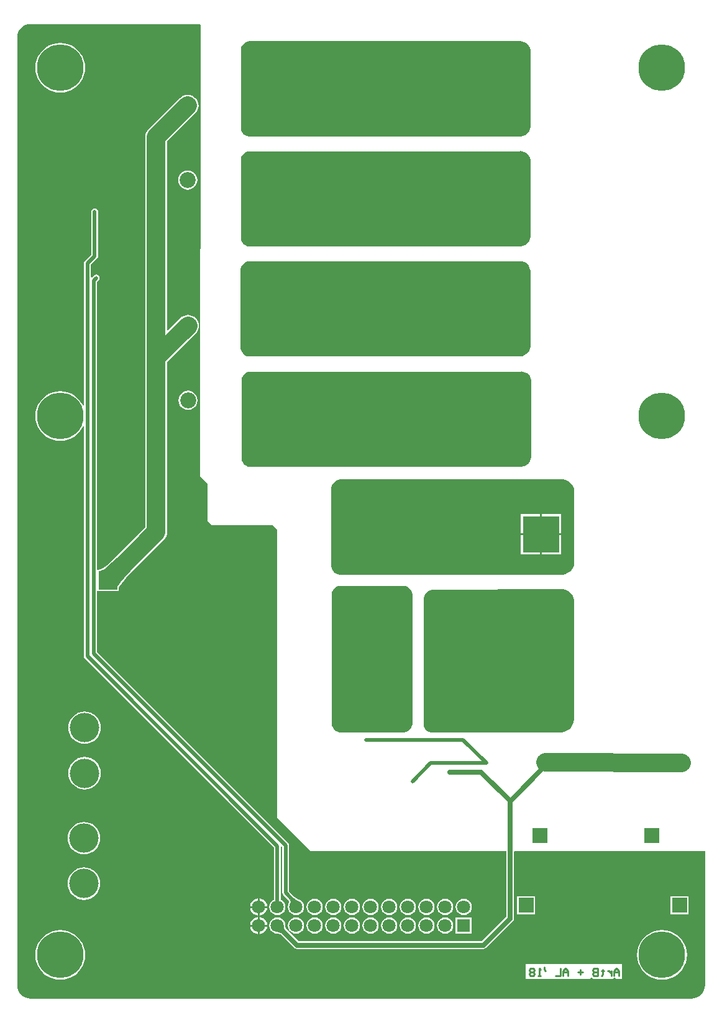
<source format=gbl>
G04*
G04 #@! TF.GenerationSoftware,Altium Limited,Altium Designer,18.0.11 (651)*
G04*
G04 Layer_Physical_Order=2*
G04 Layer_Color=16711680*
%FSLAX25Y25*%
%MOIN*%
G70*
G01*
G75*
%ADD14C,0.01000*%
%ADD56C,0.02000*%
%ADD57C,0.10000*%
%ADD60C,0.02500*%
%ADD61R,0.09843X0.09843*%
%ADD62C,0.09843*%
%ADD63C,0.08600*%
%ADD64C,0.15600*%
%ADD65C,0.16200*%
%ADD66R,0.19685X0.19685*%
%ADD67C,0.15748*%
%ADD68R,0.07874X0.07874*%
%ADD69C,0.19685*%
%ADD70C,0.25000*%
%ADD71R,0.07087X0.07087*%
%ADD72C,0.07087*%
G04:AMPARAMS|DCode=73|XSize=62mil|YSize=62mil|CornerRadius=18.6mil|HoleSize=0mil|Usage=FLASHONLY|Rotation=0.000|XOffset=0mil|YOffset=0mil|HoleType=Round|Shape=RoundedRectangle|*
%AMROUNDEDRECTD73*
21,1,0.06200,0.02480,0,0,0.0*
21,1,0.02480,0.06200,0,0,0.0*
1,1,0.03720,0.01240,-0.01240*
1,1,0.03720,-0.01240,-0.01240*
1,1,0.03720,-0.01240,0.01240*
1,1,0.03720,0.01240,0.01240*
%
%ADD73ROUNDEDRECTD73*%
%ADD74C,0.03800*%
%ADD75C,0.02000*%
G36*
X86609Y252350D02*
X87624Y252028D01*
X88557Y251515D01*
X89371Y250829D01*
X90036Y249998D01*
X90526Y249053D01*
X90823Y248031D01*
X90868Y247500D01*
Y207088D01*
X90868Y207087D01*
X90868Y206512D01*
X90643Y205382D01*
X90203Y204318D01*
X89563Y203360D01*
X88748Y202546D01*
X87791Y201906D01*
X86726Y201465D01*
X85597Y201240D01*
X85021Y201240D01*
X-60105D01*
X-61055Y201430D01*
X-61951Y201800D01*
X-62757Y202339D01*
X-63442Y203025D01*
X-63981Y203831D01*
X-64352Y204726D01*
X-64541Y205677D01*
X-64541Y206162D01*
Y247500D01*
X-64541Y247500D01*
X-64541Y247985D01*
X-64352Y248936D01*
X-63981Y249832D01*
X-63442Y250638D01*
X-62757Y251323D01*
X-61951Y251862D01*
X-61055Y252233D01*
X-60104Y252422D01*
X-59619Y252421D01*
X85021Y252421D01*
X85551Y252467D01*
X86609Y252350D01*
D02*
G37*
G36*
Y193299D02*
X87624Y192978D01*
X88557Y192464D01*
X89371Y191779D01*
X90036Y190948D01*
X90526Y190003D01*
X90823Y188980D01*
X90868Y188450D01*
Y148037D01*
X90868Y148037D01*
X90868Y147461D01*
X90643Y146332D01*
X90203Y145267D01*
X89563Y144310D01*
X88748Y143495D01*
X87791Y142856D01*
X86726Y142415D01*
X85597Y142190D01*
X85021Y142190D01*
X-60105D01*
X-61055Y142379D01*
X-61951Y142750D01*
X-62757Y143289D01*
X-63442Y143974D01*
X-63981Y144780D01*
X-64352Y145676D01*
X-64541Y146627D01*
X-64541Y147111D01*
Y188450D01*
X-64541Y188450D01*
X-64541Y188935D01*
X-64352Y189885D01*
X-63981Y190781D01*
X-63442Y191587D01*
X-62757Y192273D01*
X-61951Y192811D01*
X-61055Y193182D01*
X-60104Y193371D01*
X-59619Y193371D01*
X85021Y193371D01*
X85551Y193417D01*
X86609Y193299D01*
D02*
G37*
G36*
X86500Y134249D02*
X87515Y133927D01*
X88447Y133414D01*
X89262Y132729D01*
X89927Y131897D01*
X90417Y130952D01*
X90713Y129930D01*
X90759Y129400D01*
Y88987D01*
X90759Y88987D01*
X90759Y88411D01*
X90534Y87281D01*
X90093Y86217D01*
X89454Y85260D01*
X88639Y84445D01*
X87682Y83805D01*
X86617Y83364D01*
X85488Y83140D01*
X84912Y83140D01*
X-60214D01*
X-61165Y83329D01*
X-62060Y83700D01*
X-62866Y84238D01*
X-63551Y84924D01*
X-64090Y85730D01*
X-64461Y86626D01*
X-64650Y87576D01*
X-64650Y88061D01*
Y129400D01*
X-64650Y129400D01*
X-64650Y129884D01*
X-64461Y130835D01*
X-64090Y131731D01*
X-63551Y132537D01*
X-62866Y133223D01*
X-62060Y133761D01*
X-61164Y134132D01*
X-60213Y134321D01*
X-59728Y134321D01*
X84912Y134321D01*
X85442Y134367D01*
X86500Y134249D01*
D02*
G37*
G36*
X87046Y74980D02*
X88061Y74659D01*
X88993Y74145D01*
X89808Y73460D01*
X90473Y72629D01*
X90963Y71684D01*
X91259Y70661D01*
X91305Y70131D01*
Y29718D01*
X91305Y29718D01*
X91305Y29142D01*
X91080Y28013D01*
X90639Y26949D01*
X89999Y25991D01*
X89185Y25177D01*
X88227Y24537D01*
X87163Y24096D01*
X86033Y23871D01*
X85458Y23871D01*
X-59668D01*
X-60619Y24060D01*
X-61514Y24431D01*
X-62320Y24970D01*
X-63006Y25655D01*
X-63544Y26461D01*
X-63915Y27357D01*
X-64104Y28308D01*
X-64104Y28792D01*
Y70131D01*
X-64104Y70131D01*
X-64104Y70616D01*
X-63915Y71567D01*
X-63544Y72462D01*
X-63006Y73268D01*
X-62320Y73954D01*
X-61514Y74493D01*
X-60618Y74863D01*
X-59667Y75052D01*
X-59183Y75052D01*
X85458Y75052D01*
X85988Y75098D01*
X87046Y74980D01*
D02*
G37*
G36*
X-11000Y17121D02*
X107499Y17121D01*
X107499Y17121D01*
Y17121D01*
X108178Y17121D01*
X109509Y16857D01*
X110763Y16337D01*
X111891Y15583D01*
X112851Y14624D01*
X113605Y13495D01*
X114124Y12241D01*
X114389Y10910D01*
Y10232D01*
X114389Y-27131D01*
X114389Y-27131D01*
X114389Y-27814D01*
X114122Y-29152D01*
X113600Y-30413D01*
X112842Y-31548D01*
X111877Y-32513D01*
X110742Y-33271D01*
X109481Y-33793D01*
X108143Y-34060D01*
X107460Y-34060D01*
X-11001Y-34060D01*
X-11485D01*
X-12436Y-33871D01*
X-13331Y-33500D01*
X-14137Y-32961D01*
X-14823Y-32275D01*
X-15361Y-31469D01*
X-15732Y-30574D01*
X-15921Y-29623D01*
X-15921Y-29138D01*
Y12200D01*
X-15921Y12685D01*
X-15732Y13636D01*
X-15361Y14532D01*
X-14823Y15338D01*
X-14137Y16023D01*
X-13331Y16562D01*
X-12435Y16933D01*
X-11484Y17122D01*
X-11000Y17121D01*
D02*
G37*
G36*
X109565Y-42185D02*
X110763Y-42681D01*
X111841Y-43402D01*
X112758Y-44318D01*
X113478Y-45396D01*
X113974Y-46594D01*
X114227Y-47866D01*
X114227Y-48514D01*
X114227Y-111095D01*
X114227Y-111095D01*
X114227Y-111846D01*
X113934Y-113320D01*
X113359Y-114707D01*
X112525Y-115956D01*
X111463Y-117018D01*
X110214Y-117853D01*
X108826Y-118428D01*
X107353Y-118721D01*
X106602Y-118721D01*
X37848D01*
X37396Y-118688D01*
X36521Y-118448D01*
X35710Y-118042D01*
X34994Y-117485D01*
X34401Y-116800D01*
X33952Y-116012D01*
X33666Y-115151D01*
X33553Y-114252D01*
X33586Y-113799D01*
X33586Y-47096D01*
X33586Y-46611D01*
X33774Y-45661D01*
X34145Y-44765D01*
X34684Y-43959D01*
X35369Y-43273D01*
X36176Y-42735D01*
X37071Y-42364D01*
X38022Y-42175D01*
X38507Y-42175D01*
X107645Y-41932D01*
X107645Y-41932D01*
Y-41932D01*
X108294Y-41932D01*
X109565Y-42185D01*
D02*
G37*
G36*
X22585Y-39980D02*
X23069D01*
X24020Y-40170D01*
X24916Y-40541D01*
X25722Y-41079D01*
X26407Y-41765D01*
X26946Y-42571D01*
X27317Y-43466D01*
X27506Y-44417D01*
X27506Y-44902D01*
X27506Y-113799D01*
X27506D01*
X27506Y-114284D01*
X27317Y-115235D01*
X26946Y-116130D01*
X26407Y-116937D01*
X25722Y-117622D01*
X24916Y-118160D01*
X24020Y-118532D01*
X23069Y-118721D01*
X22585Y-118721D01*
X-10880Y-118721D01*
X-11365Y-118721D01*
X-12315Y-118532D01*
X-13211Y-118160D01*
X-14017Y-117622D01*
X-14703Y-116936D01*
X-15241Y-116130D01*
X-15612Y-115235D01*
X-15801Y-114284D01*
X-15801Y-113799D01*
X-15801Y-44902D01*
Y-44417D01*
X-15612Y-43466D01*
X-15241Y-42571D01*
X-14703Y-41765D01*
X-14017Y-41079D01*
X-13211Y-40541D01*
X-12315Y-40170D01*
X-11365Y-39980D01*
X-10880D01*
X22585Y-39980D01*
D02*
G37*
G36*
X-41448Y-222816D02*
X-41415Y-223145D01*
X-41357Y-223464D01*
X-41275Y-223772D01*
X-41168Y-224070D01*
X-41037Y-224358D01*
X-40882Y-224635D01*
X-40702Y-224902D01*
X-40497Y-225158D01*
X-40268Y-225405D01*
X-42036Y-227172D01*
X-42283Y-226944D01*
X-42539Y-226739D01*
X-42806Y-226559D01*
X-43083Y-226404D01*
X-43371Y-226273D01*
X-43669Y-226166D01*
X-43977Y-226084D01*
X-44296Y-226026D01*
X-44625Y-225993D01*
X-44965Y-225984D01*
X-41457Y-222476D01*
X-41448Y-222816D01*
D02*
G37*
G36*
X-86241Y261310D02*
X-86282Y18844D01*
X-84997Y17553D01*
X-82473Y14998D01*
X-82496Y-5062D01*
X-80052Y-7513D01*
X-47495Y-7572D01*
X-45004Y-10069D01*
X-45010Y-164610D01*
X-27231Y-182390D01*
X77795Y-182423D01*
Y-217835D01*
X64716Y-230913D01*
X-33572D01*
X-39955Y-224530D01*
X-40044Y-224419D01*
X-40187Y-224207D01*
X-40309Y-223988D01*
X-40412Y-223763D01*
X-40496Y-223529D01*
X-40560Y-223286D01*
X-40606Y-223031D01*
X-40633Y-222764D01*
X-40638Y-222585D01*
X-40619Y-222441D01*
X-40769Y-221307D01*
X-41206Y-220251D01*
X-41902Y-219343D01*
X-42810Y-218647D01*
X-43866Y-218209D01*
X-45000Y-218060D01*
X-46134Y-218209D01*
X-47190Y-218647D01*
X-48098Y-219343D01*
X-48794Y-220251D01*
X-49231Y-221307D01*
X-49381Y-222441D01*
X-49231Y-223575D01*
X-48794Y-224631D01*
X-48098Y-225539D01*
X-47190Y-226235D01*
X-46134Y-226672D01*
X-45000Y-226822D01*
X-44856Y-226803D01*
X-44677Y-226807D01*
X-44410Y-226834D01*
X-44155Y-226881D01*
X-43912Y-226945D01*
X-43678Y-227029D01*
X-43453Y-227132D01*
X-43234Y-227254D01*
X-43022Y-227397D01*
X-42911Y-227485D01*
X-35915Y-234482D01*
X-35915Y-234482D01*
X-35237Y-234935D01*
X-34437Y-235094D01*
X-34437Y-235094D01*
X65582D01*
X65582Y-235094D01*
X66382Y-234935D01*
X67060Y-234482D01*
X81363Y-220178D01*
X81816Y-219500D01*
X81975Y-218700D01*
Y-182778D01*
X82329Y-182425D01*
X184498Y-182457D01*
Y-254331D01*
X184498Y-254331D01*
X184498D01*
X184476Y-254822D01*
X184383Y-255767D01*
X183965Y-257147D01*
X183284Y-258419D01*
X182369Y-259535D01*
X181254Y-260450D01*
X179982Y-261130D01*
X178601Y-261549D01*
X177217Y-261685D01*
X177165Y-261664D01*
X-177165D01*
X-177217Y-261685D01*
X-178601Y-261549D01*
X-179982Y-261130D01*
X-181254Y-260450D01*
X-182369Y-259535D01*
X-183284Y-258419D01*
X-183965Y-257147D01*
X-184383Y-255767D01*
X-184520Y-254383D01*
X-184498Y-254331D01*
Y254331D01*
X-184520Y254383D01*
X-184383Y255767D01*
X-183965Y257147D01*
X-183284Y258419D01*
X-182369Y259535D01*
X-181254Y260450D01*
X-179982Y261130D01*
X-178601Y261549D01*
X-177656Y261642D01*
X-177165Y261664D01*
Y261664D01*
X-177165Y261664D01*
X-86595D01*
X-86241Y261310D01*
D02*
G37*
%LPC*%
G36*
X107317Y-1579D02*
X96974D01*
Y-11921D01*
X107317D01*
Y-1579D01*
D02*
G37*
G36*
X95974D02*
X85632D01*
Y-11921D01*
X95974D01*
Y-1579D01*
D02*
G37*
G36*
X107317Y-12921D02*
X96974D01*
Y-23264D01*
X107317D01*
Y-12921D01*
D02*
G37*
G36*
X95974D02*
X85632D01*
Y-23264D01*
X95974D01*
Y-12921D01*
D02*
G37*
G36*
X-161417Y251530D02*
X-163504Y251366D01*
X-165540Y250877D01*
X-167474Y250076D01*
X-169259Y248982D01*
X-170851Y247623D01*
X-172211Y246031D01*
X-173304Y244246D01*
X-174106Y242312D01*
X-174594Y240276D01*
X-174758Y238189D01*
X-174594Y236102D01*
X-174106Y234066D01*
X-173304Y232132D01*
X-172211Y230347D01*
X-170851Y228755D01*
X-169259Y227396D01*
X-167474Y226302D01*
X-165540Y225501D01*
X-163504Y225012D01*
X-161417Y224848D01*
X-159330Y225012D01*
X-157295Y225501D01*
X-155361Y226302D01*
X-153576Y227396D01*
X-151984Y228755D01*
X-150624Y230347D01*
X-149530Y232132D01*
X-148729Y234066D01*
X-148240Y236102D01*
X-148076Y238189D01*
X-148240Y240276D01*
X-148729Y242312D01*
X-149530Y244246D01*
X-150624Y246031D01*
X-151984Y247623D01*
X-153576Y248982D01*
X-155361Y250076D01*
X-157295Y250877D01*
X-159330Y251366D01*
X-161417Y251530D01*
D02*
G37*
G36*
X-93045Y182999D02*
X-94376Y182823D01*
X-95617Y182309D01*
X-96682Y181492D01*
X-97499Y180427D01*
X-98013Y179186D01*
X-98189Y177855D01*
X-98013Y176523D01*
X-97499Y175283D01*
X-96682Y174217D01*
X-95617Y173400D01*
X-94376Y172886D01*
X-93045Y172711D01*
X-91713Y172886D01*
X-90473Y173400D01*
X-89407Y174217D01*
X-88590Y175283D01*
X-88076Y176523D01*
X-87901Y177855D01*
X-88076Y179186D01*
X-88590Y180427D01*
X-89407Y181492D01*
X-90473Y182309D01*
X-91713Y182823D01*
X-93045Y182999D01*
D02*
G37*
G36*
X-92887Y64770D02*
X-94218Y64595D01*
X-95459Y64081D01*
X-96525Y63264D01*
X-97342Y62198D01*
X-97856Y60958D01*
X-98031Y59626D01*
X-97856Y58295D01*
X-97342Y57054D01*
X-96525Y55989D01*
X-95459Y55171D01*
X-94218Y54658D01*
X-92887Y54482D01*
X-91556Y54658D01*
X-90315Y55171D01*
X-89250Y55989D01*
X-88432Y57054D01*
X-87918Y58295D01*
X-87743Y59626D01*
X-87918Y60958D01*
X-88432Y62198D01*
X-89250Y63264D01*
X-90315Y64081D01*
X-91556Y64595D01*
X-92887Y64770D01*
D02*
G37*
G36*
X-93045Y223683D02*
X-94182Y223571D01*
X-95275Y223239D01*
X-96283Y222701D01*
X-97166Y221976D01*
X-114065Y205077D01*
X-114789Y204193D01*
X-115328Y203186D01*
X-115660Y202093D01*
X-115772Y200956D01*
Y83471D01*
Y-8677D01*
X-131965Y-24870D01*
X-134174Y-26988D01*
X-136448Y-28938D01*
X-137437Y-29688D01*
X-138334Y-30296D01*
X-139128Y-30757D01*
X-139811Y-31073D01*
X-140368Y-31247D01*
X-140868Y-31306D01*
X-141601D01*
X-141675Y-30837D01*
Y123247D01*
X-140874Y124048D01*
X-140476Y124643D01*
X-140336Y125346D01*
X-140476Y126048D01*
X-140874Y126643D01*
X-141469Y127041D01*
X-142172Y127181D01*
X-142874Y127041D01*
X-143469Y126643D01*
X-144558Y125555D01*
X-145058Y125762D01*
Y132332D01*
X-141627Y135763D01*
X-141229Y136359D01*
X-141090Y137061D01*
Y160831D01*
X-141229Y161533D01*
X-141627Y162128D01*
X-142222Y162526D01*
X-142925Y162666D01*
X-143627Y162526D01*
X-144223Y162128D01*
X-144620Y161533D01*
X-144760Y160831D01*
Y137821D01*
X-148191Y134390D01*
X-148589Y133795D01*
X-148729Y133093D01*
Y56609D01*
X-149229Y56510D01*
X-149530Y57238D01*
X-150624Y59023D01*
X-151984Y60615D01*
X-153576Y61974D01*
X-155361Y63068D01*
X-157295Y63869D01*
X-159330Y64358D01*
X-161417Y64522D01*
X-163504Y64358D01*
X-165540Y63869D01*
X-167474Y63068D01*
X-169259Y61974D01*
X-170851Y60615D01*
X-172211Y59023D01*
X-173304Y57238D01*
X-174106Y55304D01*
X-174594Y53268D01*
X-174758Y51181D01*
X-174594Y49094D01*
X-174106Y47058D01*
X-173304Y45124D01*
X-172211Y43339D01*
X-170851Y41747D01*
X-169259Y40388D01*
X-167474Y39294D01*
X-165540Y38493D01*
X-163504Y38004D01*
X-161417Y37840D01*
X-159330Y38004D01*
X-157295Y38493D01*
X-155361Y39294D01*
X-153576Y40388D01*
X-151984Y41747D01*
X-150624Y43339D01*
X-149530Y45124D01*
X-149229Y45853D01*
X-148729Y45753D01*
Y-77796D01*
X-148589Y-78499D01*
X-148191Y-79094D01*
X-46835Y-180450D01*
Y-208500D01*
X-47190Y-208647D01*
X-48098Y-209343D01*
X-48794Y-210251D01*
X-49231Y-211307D01*
X-49381Y-212441D01*
X-49231Y-213575D01*
X-48794Y-214631D01*
X-48098Y-215539D01*
X-47190Y-216235D01*
X-46134Y-216672D01*
X-45000Y-216822D01*
X-43866Y-216672D01*
X-42810Y-216235D01*
X-41902Y-215539D01*
X-41206Y-214631D01*
X-40769Y-213575D01*
X-40619Y-212441D01*
X-40769Y-211307D01*
X-41206Y-210251D01*
X-41902Y-209343D01*
X-42810Y-208647D01*
X-43165Y-208500D01*
Y-180005D01*
X-42665Y-179798D01*
X-42321Y-180142D01*
Y-204796D01*
X-42181Y-205498D01*
X-41783Y-206094D01*
X-39000Y-208876D01*
X-38897Y-209019D01*
X-38806Y-209187D01*
X-38744Y-209349D01*
X-38707Y-209512D01*
X-38694Y-209681D01*
X-38704Y-209863D01*
X-38742Y-210063D01*
X-38811Y-210283D01*
X-38930Y-210558D01*
X-38941Y-210604D01*
X-39232Y-211307D01*
X-39381Y-212441D01*
X-39232Y-213575D01*
X-38794Y-214631D01*
X-38098Y-215539D01*
X-37190Y-216235D01*
X-36134Y-216672D01*
X-35000Y-216822D01*
X-33866Y-216672D01*
X-32810Y-216235D01*
X-31902Y-215539D01*
X-31206Y-214631D01*
X-30768Y-213575D01*
X-30619Y-212441D01*
X-30768Y-211307D01*
X-31206Y-210251D01*
X-31902Y-209343D01*
X-32810Y-208647D01*
X-33165Y-208500D01*
X-33210Y-208466D01*
X-33213Y-208466D01*
X-33216Y-208464D01*
X-33595Y-208290D01*
X-33934Y-208124D01*
X-34864Y-207607D01*
X-35102Y-207454D01*
X-35556Y-207120D01*
X-35616Y-207069D01*
X-38650Y-204036D01*
Y-179382D01*
X-38790Y-178680D01*
X-39188Y-178085D01*
X-141675Y-75597D01*
Y-43218D01*
X-141601Y-42749D01*
X-136964D01*
X-135880Y-42856D01*
X-134796Y-42749D01*
X-130989D01*
X-130971Y-42753D01*
X-130952Y-42749D01*
X-130159D01*
Y-42016D01*
X-130099Y-41516D01*
X-129925Y-40959D01*
X-129610Y-40276D01*
X-129148Y-39481D01*
X-128554Y-38605D01*
X-124642Y-34041D01*
X-124177Y-33567D01*
X-105823Y-15212D01*
X-105098Y-14329D01*
X-104559Y-13322D01*
X-104228Y-12228D01*
X-104116Y-11091D01*
Y80156D01*
X-88766Y95505D01*
X-88041Y96388D01*
X-87503Y97396D01*
X-87171Y98489D01*
X-87059Y99626D01*
X-87171Y100763D01*
X-87503Y101857D01*
X-88041Y102864D01*
X-88766Y103747D01*
X-89649Y104472D01*
X-90657Y105011D01*
X-91750Y105342D01*
X-92887Y105454D01*
X-94024Y105342D01*
X-95117Y105011D01*
X-96125Y104472D01*
X-97008Y103747D01*
X-103654Y97102D01*
X-104116Y97293D01*
Y198541D01*
X-88924Y213734D01*
X-88199Y214617D01*
X-87660Y215624D01*
X-87328Y216718D01*
X-87217Y217855D01*
X-87328Y218992D01*
X-87660Y220085D01*
X-88199Y221093D01*
X-88924Y221976D01*
X-89807Y222701D01*
X-90814Y223239D01*
X-91908Y223571D01*
X-93045Y223683D01*
D02*
G37*
G36*
X-148378Y-107492D02*
X-150079Y-107660D01*
X-151714Y-108156D01*
X-153221Y-108961D01*
X-154542Y-110045D01*
X-155625Y-111366D01*
X-156431Y-112873D01*
X-156927Y-114508D01*
X-157094Y-116208D01*
X-156927Y-117909D01*
X-156431Y-119544D01*
X-155625Y-121051D01*
X-154542Y-122371D01*
X-153221Y-123455D01*
X-151714Y-124261D01*
X-150079Y-124757D01*
X-148378Y-124924D01*
X-146678Y-124757D01*
X-145043Y-124261D01*
X-143536Y-123455D01*
X-142215Y-122371D01*
X-141131Y-121051D01*
X-140326Y-119544D01*
X-139830Y-117909D01*
X-139662Y-116208D01*
X-139830Y-114508D01*
X-140326Y-112873D01*
X-141131Y-111366D01*
X-142215Y-110045D01*
X-143536Y-108961D01*
X-145043Y-108156D01*
X-146678Y-107660D01*
X-148378Y-107492D01*
D02*
G37*
G36*
Y-131902D02*
X-150079Y-132069D01*
X-151714Y-132565D01*
X-153221Y-133371D01*
X-154542Y-134455D01*
X-155625Y-135775D01*
X-156431Y-137282D01*
X-156927Y-138917D01*
X-157094Y-140618D01*
X-156927Y-142318D01*
X-156431Y-143953D01*
X-155625Y-145460D01*
X-154542Y-146781D01*
X-153221Y-147865D01*
X-151714Y-148670D01*
X-150079Y-149166D01*
X-148378Y-149334D01*
X-146678Y-149166D01*
X-145043Y-148670D01*
X-143536Y-147865D01*
X-142215Y-146781D01*
X-141131Y-145460D01*
X-140326Y-143953D01*
X-139830Y-142318D01*
X-139662Y-140618D01*
X-139830Y-138917D01*
X-140326Y-137282D01*
X-141131Y-135775D01*
X-142215Y-134455D01*
X-143536Y-133371D01*
X-145043Y-132565D01*
X-146678Y-132069D01*
X-148378Y-131902D01*
D02*
G37*
G36*
X-148704Y-166779D02*
X-150404Y-166946D01*
X-152039Y-167442D01*
X-153546Y-168247D01*
X-154867Y-169331D01*
X-155951Y-170652D01*
X-156756Y-172159D01*
X-157252Y-173794D01*
X-157420Y-175494D01*
X-157252Y-177195D01*
X-156756Y-178830D01*
X-155951Y-180337D01*
X-154867Y-181658D01*
X-153546Y-182741D01*
X-152039Y-183547D01*
X-150404Y-184043D01*
X-148704Y-184210D01*
X-147003Y-184043D01*
X-145368Y-183547D01*
X-143861Y-182741D01*
X-142541Y-181658D01*
X-141457Y-180337D01*
X-140651Y-178830D01*
X-140155Y-177195D01*
X-139988Y-175494D01*
X-140155Y-173794D01*
X-140651Y-172159D01*
X-141457Y-170652D01*
X-142541Y-169331D01*
X-143861Y-168247D01*
X-145368Y-167442D01*
X-147003Y-166946D01*
X-148704Y-166779D01*
D02*
G37*
G36*
Y-191188D02*
X-150404Y-191355D01*
X-152039Y-191851D01*
X-153546Y-192657D01*
X-154867Y-193741D01*
X-155951Y-195062D01*
X-156756Y-196568D01*
X-157252Y-198204D01*
X-157420Y-199904D01*
X-157252Y-201604D01*
X-156756Y-203239D01*
X-155951Y-204746D01*
X-154867Y-206067D01*
X-153546Y-207151D01*
X-152039Y-207956D01*
X-150404Y-208452D01*
X-148704Y-208620D01*
X-147003Y-208452D01*
X-145368Y-207956D01*
X-143861Y-207151D01*
X-142541Y-206067D01*
X-141457Y-204746D01*
X-140651Y-203239D01*
X-140155Y-201604D01*
X-139988Y-199904D01*
X-140155Y-198204D01*
X-140651Y-196568D01*
X-141457Y-195062D01*
X-142541Y-193741D01*
X-143861Y-192657D01*
X-145368Y-191851D01*
X-147003Y-191355D01*
X-148704Y-191188D01*
D02*
G37*
G36*
X-54500Y-207924D02*
Y-211941D01*
X-50483D01*
X-50574Y-211255D01*
X-51031Y-210150D01*
X-51760Y-209201D01*
X-52709Y-208472D01*
X-53814Y-208015D01*
X-54500Y-207924D01*
D02*
G37*
G36*
X-55500D02*
X-56186Y-208015D01*
X-57291Y-208472D01*
X-58240Y-209201D01*
X-58969Y-210150D01*
X-59426Y-211255D01*
X-59517Y-211941D01*
X-55500D01*
Y-207924D01*
D02*
G37*
G36*
X175497Y-206866D02*
X166023D01*
Y-216340D01*
X175497D01*
Y-206866D01*
D02*
G37*
G36*
X93214D02*
X83740D01*
Y-216340D01*
X93214D01*
Y-206866D01*
D02*
G37*
G36*
X55000Y-208060D02*
X53866Y-208209D01*
X52810Y-208647D01*
X51902Y-209343D01*
X51206Y-210251D01*
X50769Y-211307D01*
X50619Y-212441D01*
X50769Y-213575D01*
X51206Y-214631D01*
X51902Y-215539D01*
X52810Y-216235D01*
X53866Y-216672D01*
X55000Y-216822D01*
X56134Y-216672D01*
X57190Y-216235D01*
X58098Y-215539D01*
X58794Y-214631D01*
X59232Y-213575D01*
X59381Y-212441D01*
X59232Y-211307D01*
X58794Y-210251D01*
X58098Y-209343D01*
X57190Y-208647D01*
X56134Y-208209D01*
X55000Y-208060D01*
D02*
G37*
G36*
X45000D02*
X43866Y-208209D01*
X42810Y-208647D01*
X41902Y-209343D01*
X41206Y-210251D01*
X40769Y-211307D01*
X40619Y-212441D01*
X40769Y-213575D01*
X41206Y-214631D01*
X41902Y-215539D01*
X42810Y-216235D01*
X43866Y-216672D01*
X45000Y-216822D01*
X46134Y-216672D01*
X47190Y-216235D01*
X48098Y-215539D01*
X48794Y-214631D01*
X49231Y-213575D01*
X49381Y-212441D01*
X49231Y-211307D01*
X48794Y-210251D01*
X48098Y-209343D01*
X47190Y-208647D01*
X46134Y-208209D01*
X45000Y-208060D01*
D02*
G37*
G36*
X35000D02*
X33866Y-208209D01*
X32810Y-208647D01*
X31902Y-209343D01*
X31206Y-210251D01*
X30768Y-211307D01*
X30619Y-212441D01*
X30768Y-213575D01*
X31206Y-214631D01*
X31902Y-215539D01*
X32810Y-216235D01*
X33866Y-216672D01*
X35000Y-216822D01*
X36134Y-216672D01*
X37190Y-216235D01*
X38098Y-215539D01*
X38794Y-214631D01*
X39232Y-213575D01*
X39381Y-212441D01*
X39232Y-211307D01*
X38794Y-210251D01*
X38098Y-209343D01*
X37190Y-208647D01*
X36134Y-208209D01*
X35000Y-208060D01*
D02*
G37*
G36*
X25000D02*
X23866Y-208209D01*
X22810Y-208647D01*
X21902Y-209343D01*
X21206Y-210251D01*
X20768Y-211307D01*
X20619Y-212441D01*
X20768Y-213575D01*
X21206Y-214631D01*
X21902Y-215539D01*
X22810Y-216235D01*
X23866Y-216672D01*
X25000Y-216822D01*
X26134Y-216672D01*
X27190Y-216235D01*
X28098Y-215539D01*
X28794Y-214631D01*
X29232Y-213575D01*
X29381Y-212441D01*
X29232Y-211307D01*
X28794Y-210251D01*
X28098Y-209343D01*
X27190Y-208647D01*
X26134Y-208209D01*
X25000Y-208060D01*
D02*
G37*
G36*
X15000D02*
X13866Y-208209D01*
X12810Y-208647D01*
X11902Y-209343D01*
X11206Y-210251D01*
X10768Y-211307D01*
X10619Y-212441D01*
X10768Y-213575D01*
X11206Y-214631D01*
X11902Y-215539D01*
X12810Y-216235D01*
X13866Y-216672D01*
X15000Y-216822D01*
X16134Y-216672D01*
X17190Y-216235D01*
X18098Y-215539D01*
X18794Y-214631D01*
X19231Y-213575D01*
X19381Y-212441D01*
X19231Y-211307D01*
X18794Y-210251D01*
X18098Y-209343D01*
X17190Y-208647D01*
X16134Y-208209D01*
X15000Y-208060D01*
D02*
G37*
G36*
X5000D02*
X3866Y-208209D01*
X2810Y-208647D01*
X1902Y-209343D01*
X1206Y-210251D01*
X769Y-211307D01*
X619Y-212441D01*
X769Y-213575D01*
X1206Y-214631D01*
X1902Y-215539D01*
X2810Y-216235D01*
X3866Y-216672D01*
X5000Y-216822D01*
X6134Y-216672D01*
X7190Y-216235D01*
X8098Y-215539D01*
X8794Y-214631D01*
X9232Y-213575D01*
X9381Y-212441D01*
X9232Y-211307D01*
X8794Y-210251D01*
X8098Y-209343D01*
X7190Y-208647D01*
X6134Y-208209D01*
X5000Y-208060D01*
D02*
G37*
G36*
X-5000D02*
X-6134Y-208209D01*
X-7190Y-208647D01*
X-8098Y-209343D01*
X-8794Y-210251D01*
X-9232Y-211307D01*
X-9381Y-212441D01*
X-9232Y-213575D01*
X-8794Y-214631D01*
X-8098Y-215539D01*
X-7190Y-216235D01*
X-6134Y-216672D01*
X-5000Y-216822D01*
X-3866Y-216672D01*
X-2810Y-216235D01*
X-1902Y-215539D01*
X-1206Y-214631D01*
X-769Y-213575D01*
X-619Y-212441D01*
X-769Y-211307D01*
X-1206Y-210251D01*
X-1902Y-209343D01*
X-2810Y-208647D01*
X-3866Y-208209D01*
X-5000Y-208060D01*
D02*
G37*
G36*
X-15000D02*
X-16134Y-208209D01*
X-17190Y-208647D01*
X-18098Y-209343D01*
X-18794Y-210251D01*
X-19231Y-211307D01*
X-19381Y-212441D01*
X-19231Y-213575D01*
X-18794Y-214631D01*
X-18098Y-215539D01*
X-17190Y-216235D01*
X-16134Y-216672D01*
X-15000Y-216822D01*
X-13866Y-216672D01*
X-12810Y-216235D01*
X-11902Y-215539D01*
X-11206Y-214631D01*
X-10768Y-213575D01*
X-10619Y-212441D01*
X-10768Y-211307D01*
X-11206Y-210251D01*
X-11902Y-209343D01*
X-12810Y-208647D01*
X-13866Y-208209D01*
X-15000Y-208060D01*
D02*
G37*
G36*
X-25000D02*
X-26134Y-208209D01*
X-27190Y-208647D01*
X-28098Y-209343D01*
X-28794Y-210251D01*
X-29232Y-211307D01*
X-29381Y-212441D01*
X-29232Y-213575D01*
X-28794Y-214631D01*
X-28098Y-215539D01*
X-27190Y-216235D01*
X-26134Y-216672D01*
X-25000Y-216822D01*
X-23866Y-216672D01*
X-22810Y-216235D01*
X-21902Y-215539D01*
X-21206Y-214631D01*
X-20768Y-213575D01*
X-20619Y-212441D01*
X-20768Y-211307D01*
X-21206Y-210251D01*
X-21902Y-209343D01*
X-22810Y-208647D01*
X-23866Y-208209D01*
X-25000Y-208060D01*
D02*
G37*
G36*
X-50483Y-212941D02*
X-54500D01*
Y-216958D01*
X-53814Y-216867D01*
X-52709Y-216409D01*
X-51760Y-215681D01*
X-51031Y-214732D01*
X-50574Y-213627D01*
X-50483Y-212941D01*
D02*
G37*
G36*
X-55500D02*
X-59517D01*
X-59426Y-213627D01*
X-58969Y-214732D01*
X-58240Y-215681D01*
X-57291Y-216409D01*
X-56186Y-216867D01*
X-55500Y-216958D01*
Y-212941D01*
D02*
G37*
G36*
X-54500Y-217924D02*
Y-221941D01*
X-50483D01*
X-50574Y-221255D01*
X-51031Y-220150D01*
X-51760Y-219201D01*
X-52709Y-218472D01*
X-53814Y-218015D01*
X-54500Y-217924D01*
D02*
G37*
G36*
X-55500D02*
X-56186Y-218015D01*
X-57291Y-218472D01*
X-58240Y-219201D01*
X-58969Y-220150D01*
X-59426Y-221255D01*
X-59517Y-221941D01*
X-55500D01*
Y-217924D01*
D02*
G37*
G36*
X59343Y-218098D02*
X50657D01*
Y-226784D01*
X59343D01*
Y-218098D01*
D02*
G37*
G36*
X45000Y-218060D02*
X43866Y-218209D01*
X42810Y-218647D01*
X41902Y-219343D01*
X41206Y-220251D01*
X40769Y-221307D01*
X40619Y-222441D01*
X40769Y-223575D01*
X41206Y-224631D01*
X41902Y-225539D01*
X42810Y-226235D01*
X43866Y-226672D01*
X45000Y-226822D01*
X46134Y-226672D01*
X47190Y-226235D01*
X48098Y-225539D01*
X48794Y-224631D01*
X49231Y-223575D01*
X49381Y-222441D01*
X49231Y-221307D01*
X48794Y-220251D01*
X48098Y-219343D01*
X47190Y-218647D01*
X46134Y-218209D01*
X45000Y-218060D01*
D02*
G37*
G36*
X35000D02*
X33866Y-218209D01*
X32810Y-218647D01*
X31902Y-219343D01*
X31206Y-220251D01*
X30768Y-221307D01*
X30619Y-222441D01*
X30768Y-223575D01*
X31206Y-224631D01*
X31902Y-225539D01*
X32810Y-226235D01*
X33866Y-226672D01*
X35000Y-226822D01*
X36134Y-226672D01*
X37190Y-226235D01*
X38098Y-225539D01*
X38794Y-224631D01*
X39232Y-223575D01*
X39381Y-222441D01*
X39232Y-221307D01*
X38794Y-220251D01*
X38098Y-219343D01*
X37190Y-218647D01*
X36134Y-218209D01*
X35000Y-218060D01*
D02*
G37*
G36*
X25000D02*
X23866Y-218209D01*
X22810Y-218647D01*
X21902Y-219343D01*
X21206Y-220251D01*
X20768Y-221307D01*
X20619Y-222441D01*
X20768Y-223575D01*
X21206Y-224631D01*
X21902Y-225539D01*
X22810Y-226235D01*
X23866Y-226672D01*
X25000Y-226822D01*
X26134Y-226672D01*
X27190Y-226235D01*
X28098Y-225539D01*
X28794Y-224631D01*
X29232Y-223575D01*
X29381Y-222441D01*
X29232Y-221307D01*
X28794Y-220251D01*
X28098Y-219343D01*
X27190Y-218647D01*
X26134Y-218209D01*
X25000Y-218060D01*
D02*
G37*
G36*
X15000D02*
X13866Y-218209D01*
X12810Y-218647D01*
X11902Y-219343D01*
X11206Y-220251D01*
X10768Y-221307D01*
X10619Y-222441D01*
X10768Y-223575D01*
X11206Y-224631D01*
X11902Y-225539D01*
X12810Y-226235D01*
X13866Y-226672D01*
X15000Y-226822D01*
X16134Y-226672D01*
X17190Y-226235D01*
X18098Y-225539D01*
X18794Y-224631D01*
X19231Y-223575D01*
X19381Y-222441D01*
X19231Y-221307D01*
X18794Y-220251D01*
X18098Y-219343D01*
X17190Y-218647D01*
X16134Y-218209D01*
X15000Y-218060D01*
D02*
G37*
G36*
X5000D02*
X3866Y-218209D01*
X2810Y-218647D01*
X1902Y-219343D01*
X1206Y-220251D01*
X769Y-221307D01*
X619Y-222441D01*
X769Y-223575D01*
X1206Y-224631D01*
X1902Y-225539D01*
X2810Y-226235D01*
X3866Y-226672D01*
X5000Y-226822D01*
X6134Y-226672D01*
X7190Y-226235D01*
X8098Y-225539D01*
X8794Y-224631D01*
X9232Y-223575D01*
X9381Y-222441D01*
X9232Y-221307D01*
X8794Y-220251D01*
X8098Y-219343D01*
X7190Y-218647D01*
X6134Y-218209D01*
X5000Y-218060D01*
D02*
G37*
G36*
X-5000D02*
X-6134Y-218209D01*
X-7190Y-218647D01*
X-8098Y-219343D01*
X-8794Y-220251D01*
X-9232Y-221307D01*
X-9381Y-222441D01*
X-9232Y-223575D01*
X-8794Y-224631D01*
X-8098Y-225539D01*
X-7190Y-226235D01*
X-6134Y-226672D01*
X-5000Y-226822D01*
X-3866Y-226672D01*
X-2810Y-226235D01*
X-1902Y-225539D01*
X-1206Y-224631D01*
X-769Y-223575D01*
X-619Y-222441D01*
X-769Y-221307D01*
X-1206Y-220251D01*
X-1902Y-219343D01*
X-2810Y-218647D01*
X-3866Y-218209D01*
X-5000Y-218060D01*
D02*
G37*
G36*
X-15000D02*
X-16134Y-218209D01*
X-17190Y-218647D01*
X-18098Y-219343D01*
X-18794Y-220251D01*
X-19231Y-221307D01*
X-19381Y-222441D01*
X-19231Y-223575D01*
X-18794Y-224631D01*
X-18098Y-225539D01*
X-17190Y-226235D01*
X-16134Y-226672D01*
X-15000Y-226822D01*
X-13866Y-226672D01*
X-12810Y-226235D01*
X-11902Y-225539D01*
X-11206Y-224631D01*
X-10768Y-223575D01*
X-10619Y-222441D01*
X-10768Y-221307D01*
X-11206Y-220251D01*
X-11902Y-219343D01*
X-12810Y-218647D01*
X-13866Y-218209D01*
X-15000Y-218060D01*
D02*
G37*
G36*
X-25000D02*
X-26134Y-218209D01*
X-27190Y-218647D01*
X-28098Y-219343D01*
X-28794Y-220251D01*
X-29232Y-221307D01*
X-29381Y-222441D01*
X-29232Y-223575D01*
X-28794Y-224631D01*
X-28098Y-225539D01*
X-27190Y-226235D01*
X-26134Y-226672D01*
X-25000Y-226822D01*
X-23866Y-226672D01*
X-22810Y-226235D01*
X-21902Y-225539D01*
X-21206Y-224631D01*
X-20768Y-223575D01*
X-20619Y-222441D01*
X-20768Y-221307D01*
X-21206Y-220251D01*
X-21902Y-219343D01*
X-22810Y-218647D01*
X-23866Y-218209D01*
X-25000Y-218060D01*
D02*
G37*
G36*
X-35000D02*
X-36134Y-218209D01*
X-37190Y-218647D01*
X-38098Y-219343D01*
X-38794Y-220251D01*
X-39232Y-221307D01*
X-39381Y-222441D01*
X-39232Y-223575D01*
X-38794Y-224631D01*
X-38098Y-225539D01*
X-37190Y-226235D01*
X-36134Y-226672D01*
X-35000Y-226822D01*
X-33866Y-226672D01*
X-32810Y-226235D01*
X-31902Y-225539D01*
X-31206Y-224631D01*
X-30768Y-223575D01*
X-30619Y-222441D01*
X-30768Y-221307D01*
X-31206Y-220251D01*
X-31902Y-219343D01*
X-32810Y-218647D01*
X-33866Y-218209D01*
X-35000Y-218060D01*
D02*
G37*
G36*
X-50483Y-222941D02*
X-54500D01*
Y-226958D01*
X-53814Y-226867D01*
X-52709Y-226410D01*
X-51760Y-225681D01*
X-51031Y-224732D01*
X-50574Y-223627D01*
X-50483Y-222941D01*
D02*
G37*
G36*
X-55500D02*
X-59517D01*
X-59426Y-223627D01*
X-58969Y-224732D01*
X-58240Y-225681D01*
X-57291Y-226410D01*
X-56186Y-226867D01*
X-55500Y-226958D01*
Y-222941D01*
D02*
G37*
G36*
X140000Y-242955D02*
X88415D01*
Y-251220D01*
X140000D01*
Y-242955D01*
D02*
G37*
G36*
X161417Y-224848D02*
X159330Y-225012D01*
X157295Y-225501D01*
X155361Y-226302D01*
X153576Y-227396D01*
X151984Y-228755D01*
X150624Y-230347D01*
X149530Y-232132D01*
X148729Y-234066D01*
X148240Y-236102D01*
X148076Y-238189D01*
X148240Y-240276D01*
X148729Y-242312D01*
X149530Y-244246D01*
X150624Y-246031D01*
X151984Y-247623D01*
X153576Y-248982D01*
X155361Y-250076D01*
X157295Y-250877D01*
X159330Y-251366D01*
X161417Y-251530D01*
X163504Y-251366D01*
X165540Y-250877D01*
X167474Y-250076D01*
X169259Y-248982D01*
X170851Y-247623D01*
X172211Y-246031D01*
X173304Y-244246D01*
X174106Y-242312D01*
X174594Y-240276D01*
X174758Y-238189D01*
X174594Y-236102D01*
X174106Y-234066D01*
X173304Y-232132D01*
X172211Y-230347D01*
X170851Y-228755D01*
X169259Y-227396D01*
X167474Y-226302D01*
X165540Y-225501D01*
X163504Y-225012D01*
X161417Y-224848D01*
D02*
G37*
G36*
X-161417D02*
X-163504Y-225012D01*
X-165540Y-225501D01*
X-167474Y-226302D01*
X-169259Y-227396D01*
X-170851Y-228755D01*
X-172211Y-230347D01*
X-173304Y-232132D01*
X-174106Y-234066D01*
X-174594Y-236102D01*
X-174758Y-238189D01*
X-174594Y-240276D01*
X-174106Y-242312D01*
X-173304Y-244246D01*
X-172211Y-246031D01*
X-170851Y-247623D01*
X-169259Y-248982D01*
X-167474Y-250076D01*
X-165540Y-250877D01*
X-163504Y-251366D01*
X-161417Y-251530D01*
X-159330Y-251366D01*
X-157295Y-250877D01*
X-155361Y-250076D01*
X-153576Y-248982D01*
X-151984Y-247623D01*
X-150624Y-246031D01*
X-149530Y-244246D01*
X-148729Y-242312D01*
X-148240Y-240276D01*
X-148076Y-238189D01*
X-148240Y-236102D01*
X-148729Y-234066D01*
X-149530Y-232132D01*
X-150624Y-230347D01*
X-151984Y-228755D01*
X-153576Y-227396D01*
X-155361Y-226302D01*
X-157295Y-225501D01*
X-159330Y-225012D01*
X-161417Y-224848D01*
D02*
G37*
%LPD*%
G36*
X-123900Y-32118D02*
X-125243Y-33489D01*
X-129203Y-38109D01*
X-129839Y-39047D01*
X-130334Y-39899D01*
X-130688Y-40665D01*
X-130900Y-41344D01*
X-130971Y-41937D01*
X-140789Y-32118D01*
X-140197Y-32048D01*
X-139517Y-31836D01*
X-138752Y-31482D01*
X-137899Y-30987D01*
X-136961Y-30351D01*
X-135936Y-29573D01*
X-133626Y-27593D01*
X-130971Y-25047D01*
X-123900Y-32118D01*
D02*
G37*
G36*
X-36278Y-207578D02*
X-36061Y-207761D01*
X-35564Y-208126D01*
X-35283Y-208307D01*
X-34312Y-208848D01*
X-33945Y-209027D01*
X-33556Y-209205D01*
X-38182Y-210882D01*
X-38046Y-210568D01*
X-37950Y-210261D01*
X-37893Y-209963D01*
X-37876Y-209672D01*
X-37899Y-209388D01*
X-37962Y-209113D01*
X-38064Y-208845D01*
X-38205Y-208585D01*
X-38387Y-208332D01*
X-38608Y-208087D01*
X-36472Y-207395D01*
X-36278Y-207578D01*
D02*
G37*
D14*
X138200Y-249420D02*
Y-246754D01*
X136867Y-245421D01*
X135534Y-246754D01*
Y-249420D01*
Y-247421D01*
X138200D01*
X134201Y-246754D02*
Y-249420D01*
Y-248087D01*
X133534Y-247421D01*
X132868Y-246754D01*
X132202D01*
X129536Y-246088D02*
Y-246754D01*
X130202D01*
X128869D01*
X129536D01*
Y-248753D01*
X128869Y-249420D01*
X126870Y-245421D02*
Y-249420D01*
X124871D01*
X124204Y-248753D01*
Y-248087D01*
X124871Y-247421D01*
X126870D01*
X124871D01*
X124204Y-246754D01*
Y-246088D01*
X124871Y-245421D01*
X126870D01*
X118872Y-247421D02*
X116207D01*
X117540Y-246088D02*
Y-248753D01*
X110875Y-249420D02*
Y-246754D01*
X109542Y-245421D01*
X108209Y-246754D01*
Y-249420D01*
Y-247421D01*
X110875D01*
X106876Y-245421D02*
Y-249420D01*
X104211D01*
X98212Y-244755D02*
Y-246088D01*
X98879Y-246754D01*
X96213Y-249420D02*
X94880D01*
X95547D01*
Y-245421D01*
X96213Y-246088D01*
X92881D02*
X92214Y-245421D01*
X90882D01*
X90215Y-246088D01*
Y-246754D01*
X90882Y-247421D01*
X90215Y-248087D01*
Y-248753D01*
X90882Y-249420D01*
X92214D01*
X92881Y-248753D01*
Y-248087D01*
X92214Y-247421D01*
X92881Y-246754D01*
Y-246088D01*
X92214Y-247421D02*
X90882D01*
D56*
X37323Y-135125D02*
X67088D01*
X27461Y-144986D02*
X37323Y-135125D01*
X54639Y-122676D02*
X67088Y-135125D01*
X2532Y-122676D02*
X54639D01*
X-142925Y137061D02*
Y160831D01*
X-146893Y133093D02*
X-142925Y137061D01*
X-143510Y-76357D02*
Y124007D01*
X-142172Y125346D01*
X-146893Y-77796D02*
Y133093D01*
X-40485Y-204796D02*
Y-179382D01*
X-143510Y-76357D02*
X-40485Y-179382D01*
X-45000Y-212441D02*
Y-179690D01*
X-146893Y-77796D02*
X-45000Y-179690D01*
X-40485Y-204796D02*
X-35000Y-210281D01*
Y-212441D02*
Y-210281D01*
D57*
X-135880Y-37028D02*
X-109944Y-11091D01*
Y200956D02*
X-93045Y217855D01*
X-109043Y83471D02*
X-92887Y99626D01*
X-109944Y83471D02*
X-109043D01*
X-109944D02*
Y200956D01*
Y-11091D02*
Y83471D01*
X99039Y-134649D02*
X171962Y-135046D01*
D60*
X79885Y-155733D02*
Y-155566D01*
X64305Y-139986D02*
X79885Y-155566D01*
Y-155733D02*
X99039Y-136579D01*
X79885Y-218700D02*
Y-155733D01*
X65582Y-233004D02*
X79885Y-218700D01*
X47648Y-139986D02*
X64305D01*
X-45000Y-222441D02*
X-34437Y-233004D01*
X99039Y-136579D02*
Y-134649D01*
X-34437Y-233004D02*
X65582D01*
D61*
X15695Y-5532D02*
D03*
X-135880D02*
D03*
Y-37028D02*
D03*
D62*
X15695Y-47855D02*
D03*
D63*
X-92887Y59626D02*
D03*
Y99626D02*
D03*
X-93045Y177855D02*
D03*
Y217855D02*
D03*
D64*
X-42887Y114626D02*
D03*
X-43045Y232855D02*
D03*
D65*
X-32887Y44626D02*
D03*
X-33045Y162855D02*
D03*
D66*
X73255Y104784D02*
D03*
X22003Y54523D02*
D03*
X73255Y222894D02*
D03*
X22003Y172634D02*
D03*
X96474Y-12421D02*
D03*
D67*
X-148378Y-140618D02*
D03*
Y-116208D02*
D03*
X-148704Y-199904D02*
D03*
Y-175494D02*
D03*
D68*
X95957Y-174201D02*
D03*
X88477Y-211603D02*
D03*
X155799Y-174201D02*
D03*
X170760Y-211603D02*
D03*
D69*
X45222Y-62682D02*
D03*
D70*
X161417Y-238189D02*
D03*
X-161417D02*
D03*
X161417Y51181D02*
D03*
X-161417D02*
D03*
X161417Y238189D02*
D03*
X-161417D02*
D03*
D71*
X55000Y-222441D02*
D03*
D72*
X45000D02*
D03*
X35000D02*
D03*
X25000D02*
D03*
X15000D02*
D03*
X5000D02*
D03*
X-5000D02*
D03*
X-15000D02*
D03*
X-25000D02*
D03*
X-35000D02*
D03*
X-45000D02*
D03*
X-55000D02*
D03*
X55000Y-212441D02*
D03*
X45000D02*
D03*
X35000D02*
D03*
X25000D02*
D03*
X15000D02*
D03*
X5000D02*
D03*
X-5000D02*
D03*
X-15000D02*
D03*
X-25000D02*
D03*
X-35000D02*
D03*
X-45000D02*
D03*
X-55000D02*
D03*
D73*
X171962Y-135046D02*
D03*
D74*
X99039Y-134649D02*
D03*
D75*
X88500Y248500D02*
D03*
X86000Y243500D02*
D03*
X88500Y238500D02*
D03*
X86000Y233500D02*
D03*
X88500Y228500D02*
D03*
X86000Y223500D02*
D03*
X88500Y218500D02*
D03*
X86000Y213500D02*
D03*
X88500Y208500D02*
D03*
X86000Y203500D02*
D03*
X83500Y248500D02*
D03*
X81000Y243500D02*
D03*
X83500Y238500D02*
D03*
Y208500D02*
D03*
X81000Y203500D02*
D03*
X78500Y248500D02*
D03*
X76000Y243500D02*
D03*
X78500Y238500D02*
D03*
Y208500D02*
D03*
X76000Y203500D02*
D03*
X73500Y248500D02*
D03*
X71000Y243500D02*
D03*
X73500Y238500D02*
D03*
Y208500D02*
D03*
X71000Y203500D02*
D03*
X68500Y248500D02*
D03*
X66000Y243500D02*
D03*
X68500Y238500D02*
D03*
Y208500D02*
D03*
X66000Y203500D02*
D03*
X63500Y248500D02*
D03*
X61000Y243500D02*
D03*
X63500Y238500D02*
D03*
X61000Y233500D02*
D03*
Y223500D02*
D03*
Y213500D02*
D03*
X63500Y208500D02*
D03*
X61000Y203500D02*
D03*
X58500Y248500D02*
D03*
X56000Y243500D02*
D03*
X58500Y238500D02*
D03*
X56000Y233500D02*
D03*
X58500Y228500D02*
D03*
X56000Y223500D02*
D03*
X58500Y218500D02*
D03*
X56000Y213500D02*
D03*
X58500Y208500D02*
D03*
X56000Y203500D02*
D03*
X53500Y248500D02*
D03*
X51000Y243500D02*
D03*
X53500Y238500D02*
D03*
X51000Y233500D02*
D03*
X53500Y228500D02*
D03*
X51000Y223500D02*
D03*
X53500Y218500D02*
D03*
X51000Y213500D02*
D03*
X53500Y208500D02*
D03*
X51000Y203500D02*
D03*
X48500Y248500D02*
D03*
X46000Y243500D02*
D03*
X48500Y238500D02*
D03*
X46000Y233500D02*
D03*
X48500Y228500D02*
D03*
X46000Y223500D02*
D03*
X48500Y218500D02*
D03*
X46000Y213500D02*
D03*
X48500Y208500D02*
D03*
X46000Y203500D02*
D03*
X43500Y248500D02*
D03*
X41000Y243500D02*
D03*
X43500Y238500D02*
D03*
X41000Y233500D02*
D03*
X43500Y228500D02*
D03*
X41000Y223500D02*
D03*
X43500Y218500D02*
D03*
X41000Y213500D02*
D03*
X43500Y208500D02*
D03*
X41000Y203500D02*
D03*
X38500Y248500D02*
D03*
X36000Y243500D02*
D03*
X38500Y238500D02*
D03*
X36000Y233500D02*
D03*
X38500Y228500D02*
D03*
X36000Y223500D02*
D03*
X38500Y218500D02*
D03*
X36000Y213500D02*
D03*
X38500Y208500D02*
D03*
X36000Y203500D02*
D03*
X33500Y248500D02*
D03*
X31000Y243500D02*
D03*
X33500Y238500D02*
D03*
X31000Y233500D02*
D03*
X33500Y228500D02*
D03*
X31000Y223500D02*
D03*
X33500Y218500D02*
D03*
X31000Y213500D02*
D03*
X33500Y208500D02*
D03*
X31000Y203500D02*
D03*
X28500Y248500D02*
D03*
X26000Y243500D02*
D03*
X28500Y238500D02*
D03*
X26000Y233500D02*
D03*
X28500Y228500D02*
D03*
X26000Y223500D02*
D03*
X28500Y218500D02*
D03*
X26000Y213500D02*
D03*
X28500Y208500D02*
D03*
X26000Y203500D02*
D03*
X23500Y248500D02*
D03*
X21000Y243500D02*
D03*
X23500Y238500D02*
D03*
X21000Y233500D02*
D03*
X23500Y228500D02*
D03*
X21000Y223500D02*
D03*
X23500Y218500D02*
D03*
X21000Y213500D02*
D03*
X23500Y208500D02*
D03*
X21000Y203500D02*
D03*
X18500Y248500D02*
D03*
X16000Y243500D02*
D03*
X18500Y238500D02*
D03*
X16000Y233500D02*
D03*
X18500Y228500D02*
D03*
X16000Y223500D02*
D03*
X18500Y218500D02*
D03*
X16000Y213500D02*
D03*
X18500Y208500D02*
D03*
X16000Y203500D02*
D03*
X13500Y248500D02*
D03*
X11000Y243500D02*
D03*
X13500Y238500D02*
D03*
X11000Y233500D02*
D03*
X13500Y228500D02*
D03*
X11000Y223500D02*
D03*
X13500Y218500D02*
D03*
X11000Y213500D02*
D03*
X13500Y208500D02*
D03*
X11000Y203500D02*
D03*
X8500Y248500D02*
D03*
X6000Y243500D02*
D03*
X8500Y238500D02*
D03*
X6000Y233500D02*
D03*
X8500Y228500D02*
D03*
X6000Y223500D02*
D03*
X8500Y218500D02*
D03*
X6000Y213500D02*
D03*
X8500Y208500D02*
D03*
X6000Y203500D02*
D03*
X3500Y248500D02*
D03*
X1000Y243500D02*
D03*
X3500Y238500D02*
D03*
X1000Y233500D02*
D03*
X3500Y228500D02*
D03*
X1000Y223500D02*
D03*
X3500Y218500D02*
D03*
X1000Y213500D02*
D03*
X3500Y208500D02*
D03*
X1000Y203500D02*
D03*
X-1500Y248500D02*
D03*
X-4000Y243500D02*
D03*
X-1500Y238500D02*
D03*
X-4000Y233500D02*
D03*
X-1500Y228500D02*
D03*
X-4000Y223500D02*
D03*
X-1500Y218500D02*
D03*
X-4000Y213500D02*
D03*
X-1500Y208500D02*
D03*
X-4000Y203500D02*
D03*
X-6500Y248500D02*
D03*
X-9000Y243500D02*
D03*
X-6500Y238500D02*
D03*
X-9000Y233500D02*
D03*
X-6500Y228500D02*
D03*
X-9000Y223500D02*
D03*
X-6500Y218500D02*
D03*
X-9000Y213500D02*
D03*
X-6500Y208500D02*
D03*
X-9000Y203500D02*
D03*
X-11500Y248500D02*
D03*
X-14000Y243500D02*
D03*
X-11500Y238500D02*
D03*
X-14000Y233500D02*
D03*
X-11500Y228500D02*
D03*
X-14000Y223500D02*
D03*
X-11500Y218500D02*
D03*
X-14000Y213500D02*
D03*
X-11500Y208500D02*
D03*
X-14000Y203500D02*
D03*
X-16500Y248500D02*
D03*
X-19000Y243500D02*
D03*
X-16500Y238500D02*
D03*
X-19000Y233500D02*
D03*
X-16500Y228500D02*
D03*
X-19000Y223500D02*
D03*
X-16500Y218500D02*
D03*
X-19000Y213500D02*
D03*
X-16500Y208500D02*
D03*
X-19000Y203500D02*
D03*
X-21500Y248500D02*
D03*
X-24000Y243500D02*
D03*
X-21500Y238500D02*
D03*
X-24000Y233500D02*
D03*
X-21500Y228500D02*
D03*
X-24000Y223500D02*
D03*
X-21500Y218500D02*
D03*
X-24000Y213500D02*
D03*
X-21500Y208500D02*
D03*
X-24000Y203500D02*
D03*
X-26500Y248500D02*
D03*
X-29000Y243500D02*
D03*
X-26500Y238500D02*
D03*
X-29000Y233500D02*
D03*
X-26500Y228500D02*
D03*
X-29000Y223500D02*
D03*
X-26500Y218500D02*
D03*
X-29000Y213500D02*
D03*
X-26500Y208500D02*
D03*
X-29000Y203500D02*
D03*
X-31500Y248500D02*
D03*
X-34000Y243500D02*
D03*
X-31500Y238500D02*
D03*
Y228500D02*
D03*
X-34000Y223500D02*
D03*
X-31500Y218500D02*
D03*
X-34000Y213500D02*
D03*
X-31500Y208500D02*
D03*
X-34000Y203500D02*
D03*
X-36500Y248500D02*
D03*
X-39000Y243500D02*
D03*
Y223500D02*
D03*
X-36500Y218500D02*
D03*
X-39000Y213500D02*
D03*
X-36500Y208500D02*
D03*
X-39000Y203500D02*
D03*
X-41500Y248500D02*
D03*
X-44000Y243500D02*
D03*
X-41500Y218500D02*
D03*
X-44000Y213500D02*
D03*
X-41500Y208500D02*
D03*
X-44000Y203500D02*
D03*
X-46500Y248500D02*
D03*
X-49000Y243500D02*
D03*
Y223500D02*
D03*
X-46500Y218500D02*
D03*
X-49000Y213500D02*
D03*
X-46500Y208500D02*
D03*
X-49000Y203500D02*
D03*
X-51500Y248500D02*
D03*
X-54000Y243500D02*
D03*
X-51500Y238500D02*
D03*
X-54000Y233500D02*
D03*
Y223500D02*
D03*
X-51500Y218500D02*
D03*
X-54000Y213500D02*
D03*
X-51500Y208500D02*
D03*
X-54000Y203500D02*
D03*
X-56500Y248500D02*
D03*
X-59000Y243500D02*
D03*
X-56500Y238500D02*
D03*
X-59000Y233500D02*
D03*
X-56500Y228500D02*
D03*
X-59000Y223500D02*
D03*
X-56500Y218500D02*
D03*
X-59000Y213500D02*
D03*
X-56500Y208500D02*
D03*
X-59000Y203500D02*
D03*
X88500Y188500D02*
D03*
X86000Y183500D02*
D03*
X88500Y178500D02*
D03*
X86000Y173500D02*
D03*
X88500Y168500D02*
D03*
X86000Y163500D02*
D03*
X88500Y158500D02*
D03*
X86000Y153500D02*
D03*
X88500Y148500D02*
D03*
X83500Y188500D02*
D03*
X81000Y183500D02*
D03*
X83500Y178500D02*
D03*
X81000Y173500D02*
D03*
X83500Y168500D02*
D03*
X81000Y163500D02*
D03*
X83500Y158500D02*
D03*
X81000Y153500D02*
D03*
X83500Y148500D02*
D03*
X78500Y188500D02*
D03*
X76000Y183500D02*
D03*
X78500Y178500D02*
D03*
X76000Y173500D02*
D03*
X78500Y168500D02*
D03*
X76000Y163500D02*
D03*
X78500Y158500D02*
D03*
X76000Y153500D02*
D03*
X78500Y148500D02*
D03*
X73500Y188500D02*
D03*
X71000Y183500D02*
D03*
X73500Y178500D02*
D03*
X71000Y173500D02*
D03*
X73500Y168500D02*
D03*
X71000Y163500D02*
D03*
X73500Y158500D02*
D03*
X71000Y153500D02*
D03*
X73500Y148500D02*
D03*
X68500Y188500D02*
D03*
X66000Y183500D02*
D03*
X68500Y178500D02*
D03*
X66000Y173500D02*
D03*
X68500Y168500D02*
D03*
X66000Y163500D02*
D03*
X68500Y158500D02*
D03*
X66000Y153500D02*
D03*
X68500Y148500D02*
D03*
X63500Y188500D02*
D03*
X61000Y183500D02*
D03*
X63500Y178500D02*
D03*
X61000Y173500D02*
D03*
X63500Y168500D02*
D03*
X61000Y163500D02*
D03*
X63500Y158500D02*
D03*
X61000Y153500D02*
D03*
X63500Y148500D02*
D03*
X58500Y188500D02*
D03*
X56000Y183500D02*
D03*
X58500Y178500D02*
D03*
X56000Y173500D02*
D03*
X58500Y168500D02*
D03*
X56000Y163500D02*
D03*
X58500Y158500D02*
D03*
X56000Y153500D02*
D03*
X58500Y148500D02*
D03*
X53500Y188500D02*
D03*
X51000Y183500D02*
D03*
X53500Y178500D02*
D03*
X51000Y173500D02*
D03*
X53500Y168500D02*
D03*
X51000Y163500D02*
D03*
X53500Y158500D02*
D03*
X51000Y153500D02*
D03*
X53500Y148500D02*
D03*
X48500Y188500D02*
D03*
X46000Y183500D02*
D03*
X48500Y178500D02*
D03*
X46000Y173500D02*
D03*
X48500Y168500D02*
D03*
X46000Y163500D02*
D03*
X48500Y158500D02*
D03*
X46000Y153500D02*
D03*
X48500Y148500D02*
D03*
X43500Y188500D02*
D03*
X41000Y183500D02*
D03*
X43500Y178500D02*
D03*
X41000Y173500D02*
D03*
X43500Y168500D02*
D03*
X41000Y163500D02*
D03*
X43500Y158500D02*
D03*
X41000Y153500D02*
D03*
X43500Y148500D02*
D03*
X38500Y188500D02*
D03*
X36000Y183500D02*
D03*
X38500Y178500D02*
D03*
X36000Y173500D02*
D03*
X38500Y168500D02*
D03*
X36000Y163500D02*
D03*
X38500Y158500D02*
D03*
X36000Y153500D02*
D03*
X38500Y148500D02*
D03*
X33500Y188500D02*
D03*
Y158500D02*
D03*
X31000Y153500D02*
D03*
X33500Y148500D02*
D03*
X28500Y188500D02*
D03*
Y158500D02*
D03*
X26000Y153500D02*
D03*
X28500Y148500D02*
D03*
X23500Y188500D02*
D03*
Y158500D02*
D03*
X21000Y153500D02*
D03*
X23500Y148500D02*
D03*
X18500Y188500D02*
D03*
Y158500D02*
D03*
X16000Y153500D02*
D03*
X18500Y148500D02*
D03*
X13500Y188500D02*
D03*
Y158500D02*
D03*
X11000Y153500D02*
D03*
X13500Y148500D02*
D03*
X8500Y188500D02*
D03*
X6000Y183500D02*
D03*
X8500Y178500D02*
D03*
X6000Y173500D02*
D03*
X8500Y168500D02*
D03*
X6000Y163500D02*
D03*
X8500Y158500D02*
D03*
X6000Y153500D02*
D03*
X8500Y148500D02*
D03*
X3500Y188500D02*
D03*
X1000Y183500D02*
D03*
X3500Y178500D02*
D03*
X1000Y173500D02*
D03*
X3500Y168500D02*
D03*
X1000Y163500D02*
D03*
X3500Y158500D02*
D03*
X1000Y153500D02*
D03*
X3500Y148500D02*
D03*
X-1500Y188500D02*
D03*
X-4000Y183500D02*
D03*
X-1500Y178500D02*
D03*
X-4000Y173500D02*
D03*
X-1500Y168500D02*
D03*
X-4000Y163500D02*
D03*
X-1500Y158500D02*
D03*
X-4000Y153500D02*
D03*
X-1500Y148500D02*
D03*
X-6500Y188500D02*
D03*
X-9000Y183500D02*
D03*
X-6500Y178500D02*
D03*
X-9000Y173500D02*
D03*
X-6500Y168500D02*
D03*
X-9000Y163500D02*
D03*
X-6500Y158500D02*
D03*
X-9000Y153500D02*
D03*
X-6500Y148500D02*
D03*
X-11500Y188500D02*
D03*
X-14000Y183500D02*
D03*
X-11500Y178500D02*
D03*
X-14000Y173500D02*
D03*
X-11500Y168500D02*
D03*
X-14000Y163500D02*
D03*
X-11500Y158500D02*
D03*
X-14000Y153500D02*
D03*
X-11500Y148500D02*
D03*
X-16500Y188500D02*
D03*
X-19000Y183500D02*
D03*
X-16500Y178500D02*
D03*
X-19000Y173500D02*
D03*
X-16500Y168500D02*
D03*
X-19000Y163500D02*
D03*
X-16500Y158500D02*
D03*
X-19000Y153500D02*
D03*
X-16500Y148500D02*
D03*
X-21500Y188500D02*
D03*
X-24000Y183500D02*
D03*
X-21500Y178500D02*
D03*
X-24000Y173500D02*
D03*
X-21500Y168500D02*
D03*
Y158500D02*
D03*
X-24000Y153500D02*
D03*
X-21500Y148500D02*
D03*
X-26500Y188500D02*
D03*
X-29000Y183500D02*
D03*
X-26500Y178500D02*
D03*
X-29000Y173500D02*
D03*
Y153500D02*
D03*
X-26500Y148500D02*
D03*
X-31500Y188500D02*
D03*
X-34000Y183500D02*
D03*
X-31500Y178500D02*
D03*
X-34000Y173500D02*
D03*
X-31500Y148500D02*
D03*
X-36500Y188500D02*
D03*
X-39000Y183500D02*
D03*
X-36500Y178500D02*
D03*
X-39000Y173500D02*
D03*
Y153500D02*
D03*
X-36500Y148500D02*
D03*
X-41500Y188500D02*
D03*
X-44000Y183500D02*
D03*
X-41500Y178500D02*
D03*
X-44000Y173500D02*
D03*
X-41500Y168500D02*
D03*
X-44000Y163500D02*
D03*
Y153500D02*
D03*
X-41500Y148500D02*
D03*
X-46500Y188500D02*
D03*
X-49000Y183500D02*
D03*
X-46500Y178500D02*
D03*
X-49000Y173500D02*
D03*
X-46500Y168500D02*
D03*
X-49000Y163500D02*
D03*
X-46500Y158500D02*
D03*
X-49000Y153500D02*
D03*
X-46500Y148500D02*
D03*
X-51500Y188500D02*
D03*
X-54000Y183500D02*
D03*
X-51500Y178500D02*
D03*
X-54000Y173500D02*
D03*
X-51500Y168500D02*
D03*
X-54000Y163500D02*
D03*
X-51500Y158500D02*
D03*
X-54000Y153500D02*
D03*
X-51500Y148500D02*
D03*
X-56500Y188500D02*
D03*
X-59000Y183500D02*
D03*
X-56500Y178500D02*
D03*
X-59000Y173500D02*
D03*
X-56500Y168500D02*
D03*
X-59000Y163500D02*
D03*
X-56500Y158500D02*
D03*
X-59000Y153500D02*
D03*
X-56500Y148500D02*
D03*
X86000Y128500D02*
D03*
X88500Y123500D02*
D03*
X86000Y118500D02*
D03*
X88500Y113500D02*
D03*
X86000Y108500D02*
D03*
X88500Y103500D02*
D03*
X86000Y98500D02*
D03*
X88500Y93500D02*
D03*
X86000Y88500D02*
D03*
X81000Y128500D02*
D03*
X83500Y123500D02*
D03*
X81000Y118500D02*
D03*
Y88500D02*
D03*
X76000Y128500D02*
D03*
X78500Y123500D02*
D03*
X76000Y118500D02*
D03*
Y88500D02*
D03*
X71000Y128500D02*
D03*
X73500Y123500D02*
D03*
X71000Y118500D02*
D03*
Y88500D02*
D03*
X66000Y128500D02*
D03*
X68500Y123500D02*
D03*
X66000Y118500D02*
D03*
Y88500D02*
D03*
X61000Y128500D02*
D03*
X63500Y123500D02*
D03*
X61000Y118500D02*
D03*
Y108500D02*
D03*
Y98500D02*
D03*
Y88500D02*
D03*
X56000Y128500D02*
D03*
X58500Y123500D02*
D03*
X56000Y118500D02*
D03*
X58500Y113500D02*
D03*
X56000Y108500D02*
D03*
X58500Y103500D02*
D03*
X56000Y98500D02*
D03*
X58500Y93500D02*
D03*
X56000Y88500D02*
D03*
X51000Y128500D02*
D03*
X53500Y123500D02*
D03*
X51000Y118500D02*
D03*
X53500Y113500D02*
D03*
X51000Y108500D02*
D03*
X53500Y103500D02*
D03*
X51000Y98500D02*
D03*
X53500Y93500D02*
D03*
X51000Y88500D02*
D03*
X46000Y128500D02*
D03*
X48500Y123500D02*
D03*
X46000Y118500D02*
D03*
X48500Y113500D02*
D03*
X46000Y108500D02*
D03*
X48500Y103500D02*
D03*
X46000Y98500D02*
D03*
X48500Y93500D02*
D03*
X46000Y88500D02*
D03*
X41000Y128500D02*
D03*
X43500Y123500D02*
D03*
X41000Y118500D02*
D03*
X43500Y113500D02*
D03*
X41000Y108500D02*
D03*
X43500Y103500D02*
D03*
X41000Y98500D02*
D03*
X43500Y93500D02*
D03*
X41000Y88500D02*
D03*
X36000Y128500D02*
D03*
X38500Y123500D02*
D03*
X36000Y118500D02*
D03*
X38500Y113500D02*
D03*
X36000Y108500D02*
D03*
X38500Y103500D02*
D03*
X36000Y98500D02*
D03*
X38500Y93500D02*
D03*
X36000Y88500D02*
D03*
X31000Y128500D02*
D03*
X33500Y123500D02*
D03*
X31000Y118500D02*
D03*
X33500Y113500D02*
D03*
X31000Y108500D02*
D03*
X33500Y103500D02*
D03*
X31000Y98500D02*
D03*
X33500Y93500D02*
D03*
X31000Y88500D02*
D03*
X26000Y128500D02*
D03*
X28500Y123500D02*
D03*
X26000Y118500D02*
D03*
X28500Y113500D02*
D03*
X26000Y108500D02*
D03*
X28500Y103500D02*
D03*
X26000Y98500D02*
D03*
X28500Y93500D02*
D03*
X26000Y88500D02*
D03*
X21000Y128500D02*
D03*
X23500Y123500D02*
D03*
X21000Y118500D02*
D03*
X23500Y113500D02*
D03*
X21000Y108500D02*
D03*
X23500Y103500D02*
D03*
X21000Y98500D02*
D03*
X23500Y93500D02*
D03*
X21000Y88500D02*
D03*
X16000Y128500D02*
D03*
X18500Y123500D02*
D03*
X16000Y118500D02*
D03*
X18500Y113500D02*
D03*
X16000Y108500D02*
D03*
X18500Y103500D02*
D03*
X16000Y98500D02*
D03*
X18500Y93500D02*
D03*
X16000Y88500D02*
D03*
X11000Y128500D02*
D03*
X13500Y123500D02*
D03*
X11000Y118500D02*
D03*
X13500Y113500D02*
D03*
X11000Y108500D02*
D03*
X13500Y103500D02*
D03*
X11000Y98500D02*
D03*
X13500Y93500D02*
D03*
X11000Y88500D02*
D03*
X6000Y128500D02*
D03*
X8500Y123500D02*
D03*
X6000Y118500D02*
D03*
X8500Y113500D02*
D03*
X6000Y108500D02*
D03*
X8500Y103500D02*
D03*
X6000Y98500D02*
D03*
X8500Y93500D02*
D03*
X6000Y88500D02*
D03*
X1000Y128500D02*
D03*
X3500Y123500D02*
D03*
X1000Y118500D02*
D03*
X3500Y113500D02*
D03*
X1000Y108500D02*
D03*
X3500Y103500D02*
D03*
X1000Y98500D02*
D03*
X3500Y93500D02*
D03*
X1000Y88500D02*
D03*
X-4000Y128500D02*
D03*
X-1500Y123500D02*
D03*
X-4000Y118500D02*
D03*
X-1500Y113500D02*
D03*
X-4000Y108500D02*
D03*
X-1500Y103500D02*
D03*
X-4000Y98500D02*
D03*
X-1500Y93500D02*
D03*
X-4000Y88500D02*
D03*
X-9000Y128500D02*
D03*
X-6500Y123500D02*
D03*
X-9000Y118500D02*
D03*
X-6500Y113500D02*
D03*
X-9000Y108500D02*
D03*
X-6500Y103500D02*
D03*
X-9000Y98500D02*
D03*
X-6500Y93500D02*
D03*
X-9000Y88500D02*
D03*
X-14000Y128500D02*
D03*
X-11500Y123500D02*
D03*
X-14000Y118500D02*
D03*
X-11500Y113500D02*
D03*
X-14000Y108500D02*
D03*
X-11500Y103500D02*
D03*
X-14000Y98500D02*
D03*
X-11500Y93500D02*
D03*
X-14000Y88500D02*
D03*
X-19000Y128500D02*
D03*
X-16500Y123500D02*
D03*
X-19000Y118500D02*
D03*
X-16500Y113500D02*
D03*
X-19000Y108500D02*
D03*
X-16500Y103500D02*
D03*
X-19000Y98500D02*
D03*
X-16500Y93500D02*
D03*
X-19000Y88500D02*
D03*
X-24000Y128500D02*
D03*
X-21500Y123500D02*
D03*
X-24000Y118500D02*
D03*
X-21500Y113500D02*
D03*
X-24000Y108500D02*
D03*
X-21500Y103500D02*
D03*
X-24000Y98500D02*
D03*
X-21500Y93500D02*
D03*
X-24000Y88500D02*
D03*
X-29000Y128500D02*
D03*
X-26500Y123500D02*
D03*
X-29000Y118500D02*
D03*
X-26500Y113500D02*
D03*
X-29000Y108500D02*
D03*
X-26500Y103500D02*
D03*
X-29000Y98500D02*
D03*
X-26500Y93500D02*
D03*
X-29000Y88500D02*
D03*
X-34000Y128500D02*
D03*
X-31500Y123500D02*
D03*
Y113500D02*
D03*
X-34000Y108500D02*
D03*
X-31500Y103500D02*
D03*
X-34000Y98500D02*
D03*
X-31500Y93500D02*
D03*
X-34000Y88500D02*
D03*
X-39000Y128500D02*
D03*
X-36500Y123500D02*
D03*
Y103500D02*
D03*
X-39000Y98500D02*
D03*
X-36500Y93500D02*
D03*
X-39000Y88500D02*
D03*
X-44000Y128500D02*
D03*
X-41500Y103500D02*
D03*
X-44000Y98500D02*
D03*
X-41500Y93500D02*
D03*
X-44000Y88500D02*
D03*
X-49000Y128500D02*
D03*
X-46500Y103500D02*
D03*
X-49000Y98500D02*
D03*
X-46500Y93500D02*
D03*
X-49000Y88500D02*
D03*
X-54000Y128500D02*
D03*
X-51500Y123500D02*
D03*
X-54000Y118500D02*
D03*
Y108500D02*
D03*
X-51500Y103500D02*
D03*
X-54000Y98500D02*
D03*
X-51500Y93500D02*
D03*
X-54000Y88500D02*
D03*
X-59000Y128500D02*
D03*
X-56500Y123500D02*
D03*
X-59000Y118500D02*
D03*
X-56500Y113500D02*
D03*
X-59000Y108500D02*
D03*
X-56500Y103500D02*
D03*
X-59000Y98500D02*
D03*
X-56500Y93500D02*
D03*
X-59000Y88500D02*
D03*
X86000Y68500D02*
D03*
X88500Y63500D02*
D03*
X86000Y58500D02*
D03*
X88500Y53500D02*
D03*
X86000Y48500D02*
D03*
X88500Y43500D02*
D03*
X86000Y38500D02*
D03*
X88500Y33500D02*
D03*
X86000Y28500D02*
D03*
X81000Y68500D02*
D03*
X83500Y63500D02*
D03*
X81000Y58500D02*
D03*
X83500Y53500D02*
D03*
X81000Y48500D02*
D03*
X83500Y43500D02*
D03*
X81000Y38500D02*
D03*
X83500Y33500D02*
D03*
X81000Y28500D02*
D03*
X76000Y68500D02*
D03*
X78500Y63500D02*
D03*
X76000Y58500D02*
D03*
X78500Y53500D02*
D03*
X76000Y48500D02*
D03*
X78500Y43500D02*
D03*
X76000Y38500D02*
D03*
X78500Y33500D02*
D03*
X76000Y28500D02*
D03*
X71000Y68500D02*
D03*
X73500Y63500D02*
D03*
X71000Y58500D02*
D03*
X73500Y53500D02*
D03*
X71000Y48500D02*
D03*
X73500Y43500D02*
D03*
X71000Y38500D02*
D03*
X73500Y33500D02*
D03*
X71000Y28500D02*
D03*
X66000Y68500D02*
D03*
X68500Y63500D02*
D03*
X66000Y58500D02*
D03*
X68500Y53500D02*
D03*
X66000Y48500D02*
D03*
X68500Y43500D02*
D03*
X66000Y38500D02*
D03*
X68500Y33500D02*
D03*
X66000Y28500D02*
D03*
X61000Y68500D02*
D03*
X63500Y63500D02*
D03*
X61000Y58500D02*
D03*
X63500Y53500D02*
D03*
X61000Y48500D02*
D03*
X63500Y43500D02*
D03*
X61000Y38500D02*
D03*
X63500Y33500D02*
D03*
X61000Y28500D02*
D03*
X56000Y68500D02*
D03*
X58500Y63500D02*
D03*
X56000Y58500D02*
D03*
X58500Y53500D02*
D03*
X56000Y48500D02*
D03*
X58500Y43500D02*
D03*
X56000Y38500D02*
D03*
X58500Y33500D02*
D03*
X56000Y28500D02*
D03*
X51000Y68500D02*
D03*
X53500Y63500D02*
D03*
X51000Y58500D02*
D03*
X53500Y53500D02*
D03*
X51000Y48500D02*
D03*
X53500Y43500D02*
D03*
X51000Y38500D02*
D03*
X53500Y33500D02*
D03*
X51000Y28500D02*
D03*
X46000Y68500D02*
D03*
X48500Y63500D02*
D03*
X46000Y58500D02*
D03*
X48500Y53500D02*
D03*
X46000Y48500D02*
D03*
X48500Y43500D02*
D03*
X46000Y38500D02*
D03*
X48500Y33500D02*
D03*
X46000Y28500D02*
D03*
X41000Y68500D02*
D03*
X43500Y63500D02*
D03*
X41000Y58500D02*
D03*
X43500Y53500D02*
D03*
X41000Y48500D02*
D03*
X43500Y43500D02*
D03*
X41000Y38500D02*
D03*
X43500Y33500D02*
D03*
X41000Y28500D02*
D03*
X36000Y68500D02*
D03*
X38500Y63500D02*
D03*
X36000Y58500D02*
D03*
X38500Y53500D02*
D03*
X36000Y48500D02*
D03*
X38500Y43500D02*
D03*
X36000Y38500D02*
D03*
X38500Y33500D02*
D03*
X36000Y28500D02*
D03*
X31000Y68500D02*
D03*
X33500Y43500D02*
D03*
X31000Y38500D02*
D03*
X33500Y33500D02*
D03*
X31000Y28500D02*
D03*
X26000Y68500D02*
D03*
Y38500D02*
D03*
X28500Y33500D02*
D03*
X26000Y28500D02*
D03*
X21000Y68500D02*
D03*
Y38500D02*
D03*
X23500Y33500D02*
D03*
X21000Y28500D02*
D03*
X16000Y68500D02*
D03*
Y38500D02*
D03*
X18500Y33500D02*
D03*
X16000Y28500D02*
D03*
X11000Y68500D02*
D03*
Y38500D02*
D03*
X13500Y33500D02*
D03*
X11000Y28500D02*
D03*
X6000Y68500D02*
D03*
X8500Y63500D02*
D03*
X6000Y58500D02*
D03*
X8500Y53500D02*
D03*
X6000Y48500D02*
D03*
X8500Y43500D02*
D03*
X6000Y38500D02*
D03*
X8500Y33500D02*
D03*
X6000Y28500D02*
D03*
X1000Y68500D02*
D03*
X3500Y63500D02*
D03*
X1000Y58500D02*
D03*
X3500Y53500D02*
D03*
X1000Y48500D02*
D03*
X3500Y43500D02*
D03*
X1000Y38500D02*
D03*
X3500Y33500D02*
D03*
X1000Y28500D02*
D03*
X-4000Y68500D02*
D03*
X-1500Y63500D02*
D03*
X-4000Y58500D02*
D03*
X-1500Y53500D02*
D03*
X-4000Y48500D02*
D03*
X-1500Y43500D02*
D03*
X-4000Y38500D02*
D03*
X-1500Y33500D02*
D03*
X-4000Y28500D02*
D03*
X-9000Y68500D02*
D03*
X-6500Y63500D02*
D03*
X-9000Y58500D02*
D03*
X-6500Y53500D02*
D03*
X-9000Y48500D02*
D03*
X-6500Y43500D02*
D03*
X-9000Y38500D02*
D03*
X-6500Y33500D02*
D03*
X-9000Y28500D02*
D03*
X-14000Y68500D02*
D03*
X-11500Y63500D02*
D03*
X-14000Y58500D02*
D03*
X-11500Y53500D02*
D03*
X-14000Y48500D02*
D03*
X-11500Y43500D02*
D03*
X-14000Y38500D02*
D03*
X-11500Y33500D02*
D03*
X-14000Y28500D02*
D03*
X-19000Y68500D02*
D03*
X-16500Y63500D02*
D03*
X-19000Y58500D02*
D03*
X-16500Y53500D02*
D03*
X-19000Y48500D02*
D03*
X-16500Y43500D02*
D03*
X-19000Y38500D02*
D03*
X-16500Y33500D02*
D03*
X-19000Y28500D02*
D03*
X-24000Y68500D02*
D03*
X-21500Y63500D02*
D03*
X-24000Y58500D02*
D03*
X-21500Y53500D02*
D03*
Y43500D02*
D03*
X-24000Y38500D02*
D03*
X-21500Y33500D02*
D03*
X-24000Y28500D02*
D03*
X-29000Y68500D02*
D03*
X-26500Y63500D02*
D03*
X-29000Y58500D02*
D03*
X-26500Y53500D02*
D03*
Y33500D02*
D03*
X-29000Y28500D02*
D03*
X-34000Y68500D02*
D03*
X-31500Y63500D02*
D03*
X-34000Y58500D02*
D03*
X-31500Y33500D02*
D03*
X-34000Y28500D02*
D03*
X-39000Y68500D02*
D03*
X-36500Y63500D02*
D03*
X-39000Y58500D02*
D03*
X-36500Y33500D02*
D03*
X-39000Y28500D02*
D03*
X-44000Y68500D02*
D03*
X-41500Y63500D02*
D03*
X-44000Y58500D02*
D03*
X-41500Y53500D02*
D03*
X-44000Y48500D02*
D03*
Y38500D02*
D03*
X-41500Y33500D02*
D03*
X-44000Y28500D02*
D03*
X-49000Y68500D02*
D03*
X-46500Y63500D02*
D03*
X-49000Y58500D02*
D03*
X-46500Y53500D02*
D03*
X-49000Y48500D02*
D03*
X-46500Y43500D02*
D03*
X-49000Y38500D02*
D03*
X-46500Y33500D02*
D03*
X-49000Y28500D02*
D03*
X-54000Y68500D02*
D03*
X-51500Y63500D02*
D03*
X-54000Y58500D02*
D03*
X-51500Y53500D02*
D03*
X-54000Y48500D02*
D03*
X-51500Y43500D02*
D03*
X-54000Y38500D02*
D03*
X-51500Y33500D02*
D03*
X-54000Y28500D02*
D03*
X-59000Y68500D02*
D03*
X-56500Y63500D02*
D03*
X-59000Y58500D02*
D03*
X-56500Y53500D02*
D03*
X-59000Y48500D02*
D03*
X-56500Y43500D02*
D03*
X-59000Y38500D02*
D03*
X-56500Y33500D02*
D03*
X-59000Y28500D02*
D03*
X111000Y8500D02*
D03*
Y-1500D02*
D03*
Y-11500D02*
D03*
Y-21500D02*
D03*
X108500Y13500D02*
D03*
X106000Y8500D02*
D03*
X108500Y3500D02*
D03*
Y-26500D02*
D03*
X106000Y-31500D02*
D03*
X103500Y13500D02*
D03*
X101000Y8500D02*
D03*
X103500Y3500D02*
D03*
Y-26500D02*
D03*
X101000Y-31500D02*
D03*
X98500Y13500D02*
D03*
X96000Y8500D02*
D03*
X98500Y3500D02*
D03*
Y-26500D02*
D03*
X96000Y-31500D02*
D03*
X93500Y13500D02*
D03*
X91000Y8500D02*
D03*
X93500Y3500D02*
D03*
Y-26500D02*
D03*
X91000Y-31500D02*
D03*
X88500Y13500D02*
D03*
X86000Y8500D02*
D03*
X88500Y3500D02*
D03*
Y-26500D02*
D03*
X86000Y-31500D02*
D03*
X83500Y13500D02*
D03*
X81000Y8500D02*
D03*
X83500Y3500D02*
D03*
X81000Y-1500D02*
D03*
X83500Y-6500D02*
D03*
X81000Y-11500D02*
D03*
X83500Y-16500D02*
D03*
X81000Y-21500D02*
D03*
X83500Y-26500D02*
D03*
X81000Y-31500D02*
D03*
X78500Y13500D02*
D03*
X76000Y8500D02*
D03*
X78500Y3500D02*
D03*
X76000Y-1500D02*
D03*
X78500Y-6500D02*
D03*
X76000Y-11500D02*
D03*
X78500Y-16500D02*
D03*
X76000Y-21500D02*
D03*
X78500Y-26500D02*
D03*
X76000Y-31500D02*
D03*
X73500Y13500D02*
D03*
X71000Y8500D02*
D03*
X73500Y3500D02*
D03*
X71000Y-1500D02*
D03*
X73500Y-6500D02*
D03*
X71000Y-11500D02*
D03*
X73500Y-16500D02*
D03*
X71000Y-21500D02*
D03*
X73500Y-26500D02*
D03*
X71000Y-31500D02*
D03*
X68500Y13500D02*
D03*
X66000Y8500D02*
D03*
X68500Y3500D02*
D03*
X66000Y-1500D02*
D03*
X68500Y-6500D02*
D03*
X66000Y-11500D02*
D03*
X68500Y-16500D02*
D03*
X66000Y-21500D02*
D03*
X68500Y-26500D02*
D03*
X66000Y-31500D02*
D03*
X63500Y13500D02*
D03*
X61000Y8500D02*
D03*
X63500Y3500D02*
D03*
X61000Y-1500D02*
D03*
X63500Y-6500D02*
D03*
X61000Y-11500D02*
D03*
X63500Y-16500D02*
D03*
X61000Y-21500D02*
D03*
X63500Y-26500D02*
D03*
X61000Y-31500D02*
D03*
X58500Y13500D02*
D03*
X56000Y8500D02*
D03*
X58500Y3500D02*
D03*
X56000Y-1500D02*
D03*
X58500Y-6500D02*
D03*
X56000Y-11500D02*
D03*
X58500Y-16500D02*
D03*
X56000Y-21500D02*
D03*
X58500Y-26500D02*
D03*
X56000Y-31500D02*
D03*
X53500Y13500D02*
D03*
X51000Y8500D02*
D03*
X53500Y3500D02*
D03*
X51000Y-1500D02*
D03*
X53500Y-6500D02*
D03*
X51000Y-11500D02*
D03*
X53500Y-16500D02*
D03*
X51000Y-21500D02*
D03*
X53500Y-26500D02*
D03*
X51000Y-31500D02*
D03*
X48500Y13500D02*
D03*
X46000Y8500D02*
D03*
X48500Y3500D02*
D03*
X46000Y-1500D02*
D03*
X48500Y-6500D02*
D03*
X46000Y-11500D02*
D03*
X48500Y-16500D02*
D03*
X46000Y-21500D02*
D03*
X48500Y-26500D02*
D03*
X46000Y-31500D02*
D03*
X43500Y13500D02*
D03*
X41000Y8500D02*
D03*
X43500Y3500D02*
D03*
X41000Y-1500D02*
D03*
X43500Y-6500D02*
D03*
X41000Y-11500D02*
D03*
X43500Y-16500D02*
D03*
X41000Y-21500D02*
D03*
X43500Y-26500D02*
D03*
X41000Y-31500D02*
D03*
X38500Y13500D02*
D03*
X36000Y8500D02*
D03*
X38500Y3500D02*
D03*
X36000Y-1500D02*
D03*
X38500Y-6500D02*
D03*
X36000Y-11500D02*
D03*
X38500Y-16500D02*
D03*
X36000Y-21500D02*
D03*
X38500Y-26500D02*
D03*
X36000Y-31500D02*
D03*
X33500Y13500D02*
D03*
X31000Y8500D02*
D03*
X33500Y3500D02*
D03*
X31000Y-1500D02*
D03*
X33500Y-6500D02*
D03*
X31000Y-11500D02*
D03*
X33500Y-16500D02*
D03*
X31000Y-21500D02*
D03*
X33500Y-26500D02*
D03*
X31000Y-31500D02*
D03*
X28500Y13500D02*
D03*
X26000Y8500D02*
D03*
X28500Y3500D02*
D03*
X26000Y-1500D02*
D03*
X28500Y-6500D02*
D03*
X26000Y-11500D02*
D03*
X28500Y-16500D02*
D03*
X26000Y-21500D02*
D03*
X28500Y-26500D02*
D03*
X26000Y-31500D02*
D03*
X23500Y13500D02*
D03*
X21000Y8500D02*
D03*
X23500Y3500D02*
D03*
Y-6500D02*
D03*
Y-16500D02*
D03*
X21000Y-21500D02*
D03*
X23500Y-26500D02*
D03*
X21000Y-31500D02*
D03*
X18500Y13500D02*
D03*
X16000Y8500D02*
D03*
X18500Y3500D02*
D03*
Y-16500D02*
D03*
X16000Y-21500D02*
D03*
X18500Y-26500D02*
D03*
X16000Y-31500D02*
D03*
X13500Y13500D02*
D03*
X11000Y8500D02*
D03*
X13500Y3500D02*
D03*
Y-16500D02*
D03*
X11000Y-21500D02*
D03*
X13500Y-26500D02*
D03*
X11000Y-31500D02*
D03*
X8500Y13500D02*
D03*
X6000Y8500D02*
D03*
X8500Y3500D02*
D03*
X6000Y-1500D02*
D03*
X8500Y-6500D02*
D03*
X6000Y-11500D02*
D03*
X8500Y-16500D02*
D03*
X6000Y-21500D02*
D03*
X8500Y-26500D02*
D03*
X6000Y-31500D02*
D03*
X3500Y13500D02*
D03*
X1000Y8500D02*
D03*
X3500Y3500D02*
D03*
X1000Y-1500D02*
D03*
X3500Y-6500D02*
D03*
X1000Y-11500D02*
D03*
X3500Y-16500D02*
D03*
X1000Y-21500D02*
D03*
X3500Y-26500D02*
D03*
X1000Y-31500D02*
D03*
X-1500Y13500D02*
D03*
X-4000Y8500D02*
D03*
X-1500Y3500D02*
D03*
X-4000Y-1500D02*
D03*
X-1500Y-6500D02*
D03*
X-4000Y-11500D02*
D03*
X-1500Y-16500D02*
D03*
X-4000Y-21500D02*
D03*
X-1500Y-26500D02*
D03*
X-4000Y-31500D02*
D03*
X-6500Y13500D02*
D03*
X-9000Y8500D02*
D03*
X-6500Y3500D02*
D03*
X-9000Y-1500D02*
D03*
X-6500Y-6500D02*
D03*
X-9000Y-11500D02*
D03*
X-6500Y-16500D02*
D03*
X-9000Y-21500D02*
D03*
X-6500Y-26500D02*
D03*
X-9000Y-31500D02*
D03*
X-11500Y13500D02*
D03*
Y3500D02*
D03*
Y-6500D02*
D03*
Y-16500D02*
D03*
Y-26500D02*
D03*
X111000Y-46500D02*
D03*
Y-56500D02*
D03*
Y-66500D02*
D03*
Y-76500D02*
D03*
Y-86500D02*
D03*
Y-96500D02*
D03*
Y-106500D02*
D03*
X106000Y-46500D02*
D03*
X108500Y-51500D02*
D03*
X106000Y-56500D02*
D03*
X108500Y-61500D02*
D03*
X106000Y-66500D02*
D03*
X108500Y-71500D02*
D03*
X106000Y-76500D02*
D03*
X108500Y-81500D02*
D03*
X106000Y-86500D02*
D03*
X108500Y-91500D02*
D03*
X106000Y-96500D02*
D03*
X108500Y-101500D02*
D03*
X106000Y-106500D02*
D03*
X108500Y-111500D02*
D03*
X106000Y-116500D02*
D03*
X101000Y-46500D02*
D03*
X103500Y-51500D02*
D03*
X101000Y-56500D02*
D03*
X103500Y-61500D02*
D03*
X101000Y-66500D02*
D03*
X103500Y-71500D02*
D03*
X101000Y-76500D02*
D03*
X103500Y-81500D02*
D03*
X101000Y-86500D02*
D03*
X103500Y-91500D02*
D03*
X101000Y-96500D02*
D03*
X103500Y-101500D02*
D03*
X101000Y-106500D02*
D03*
X103500Y-111500D02*
D03*
X101000Y-116500D02*
D03*
X96000Y-46500D02*
D03*
X98500Y-51500D02*
D03*
X96000Y-56500D02*
D03*
X98500Y-61500D02*
D03*
X96000Y-66500D02*
D03*
X98500Y-71500D02*
D03*
X96000Y-76500D02*
D03*
X98500Y-81500D02*
D03*
X96000Y-86500D02*
D03*
X98500Y-91500D02*
D03*
X96000Y-96500D02*
D03*
X98500Y-101500D02*
D03*
X96000Y-106500D02*
D03*
X98500Y-111500D02*
D03*
X96000Y-116500D02*
D03*
X91000Y-46500D02*
D03*
X93500Y-51500D02*
D03*
X91000Y-56500D02*
D03*
X93500Y-61500D02*
D03*
X91000Y-66500D02*
D03*
X93500Y-71500D02*
D03*
X91000Y-76500D02*
D03*
X93500Y-81500D02*
D03*
X91000Y-86500D02*
D03*
X93500Y-91500D02*
D03*
X91000Y-96500D02*
D03*
X93500Y-101500D02*
D03*
X91000Y-106500D02*
D03*
X93500Y-111500D02*
D03*
X91000Y-116500D02*
D03*
X86000Y-46500D02*
D03*
X88500Y-51500D02*
D03*
X86000Y-56500D02*
D03*
X88500Y-61500D02*
D03*
X86000Y-66500D02*
D03*
X88500Y-71500D02*
D03*
X86000Y-76500D02*
D03*
X88500Y-81500D02*
D03*
X86000Y-86500D02*
D03*
X88500Y-91500D02*
D03*
X86000Y-96500D02*
D03*
X88500Y-101500D02*
D03*
X86000Y-106500D02*
D03*
X88500Y-111500D02*
D03*
X86000Y-116500D02*
D03*
X81000Y-46500D02*
D03*
X83500Y-51500D02*
D03*
X81000Y-56500D02*
D03*
X83500Y-61500D02*
D03*
X81000Y-66500D02*
D03*
X83500Y-71500D02*
D03*
X81000Y-76500D02*
D03*
X83500Y-81500D02*
D03*
X81000Y-86500D02*
D03*
X83500Y-91500D02*
D03*
X81000Y-96500D02*
D03*
X83500Y-101500D02*
D03*
X81000Y-106500D02*
D03*
X83500Y-111500D02*
D03*
X81000Y-116500D02*
D03*
X76000Y-46500D02*
D03*
X78500Y-51500D02*
D03*
X76000Y-56500D02*
D03*
X78500Y-61500D02*
D03*
X76000Y-66500D02*
D03*
X78500Y-71500D02*
D03*
X76000Y-76500D02*
D03*
X78500Y-81500D02*
D03*
X76000Y-86500D02*
D03*
X78500Y-91500D02*
D03*
X76000Y-96500D02*
D03*
X78500Y-101500D02*
D03*
X76000Y-106500D02*
D03*
X78500Y-111500D02*
D03*
X76000Y-116500D02*
D03*
X71000Y-46500D02*
D03*
X73500Y-51500D02*
D03*
X71000Y-56500D02*
D03*
X73500Y-61500D02*
D03*
X71000Y-66500D02*
D03*
X73500Y-71500D02*
D03*
X71000Y-76500D02*
D03*
X73500Y-81500D02*
D03*
X71000Y-86500D02*
D03*
X73500Y-91500D02*
D03*
X71000Y-96500D02*
D03*
X73500Y-101500D02*
D03*
X71000Y-106500D02*
D03*
X73500Y-111500D02*
D03*
X71000Y-116500D02*
D03*
X66000Y-46500D02*
D03*
X68500Y-51500D02*
D03*
X66000Y-56500D02*
D03*
X68500Y-61500D02*
D03*
X66000Y-66500D02*
D03*
X68500Y-71500D02*
D03*
X66000Y-76500D02*
D03*
X68500Y-81500D02*
D03*
X66000Y-86500D02*
D03*
X68500Y-91500D02*
D03*
X66000Y-96500D02*
D03*
X68500Y-101500D02*
D03*
X66000Y-106500D02*
D03*
X68500Y-111500D02*
D03*
X66000Y-116500D02*
D03*
X61000Y-46500D02*
D03*
X63500Y-51500D02*
D03*
X61000Y-56500D02*
D03*
X63500Y-61500D02*
D03*
X61000Y-66500D02*
D03*
X63500Y-71500D02*
D03*
X61000Y-76500D02*
D03*
X63500Y-81500D02*
D03*
X61000Y-86500D02*
D03*
X63500Y-91500D02*
D03*
X61000Y-96500D02*
D03*
X63500Y-101500D02*
D03*
X61000Y-106500D02*
D03*
X63500Y-111500D02*
D03*
X61000Y-116500D02*
D03*
X56000Y-46500D02*
D03*
X58500Y-51500D02*
D03*
X56000Y-56500D02*
D03*
X58500Y-61500D02*
D03*
Y-71500D02*
D03*
X56000Y-76500D02*
D03*
X58500Y-81500D02*
D03*
X56000Y-86500D02*
D03*
X58500Y-91500D02*
D03*
X56000Y-96500D02*
D03*
X58500Y-101500D02*
D03*
Y-111500D02*
D03*
X56000Y-116500D02*
D03*
X51000Y-46500D02*
D03*
X53500Y-51500D02*
D03*
Y-71500D02*
D03*
X51000Y-76500D02*
D03*
X53500Y-81500D02*
D03*
X51000Y-86500D02*
D03*
X53500Y-91500D02*
D03*
X46000Y-46500D02*
D03*
Y-76500D02*
D03*
X48500Y-81500D02*
D03*
X46000Y-86500D02*
D03*
X48500Y-91500D02*
D03*
X41000Y-46500D02*
D03*
Y-76500D02*
D03*
X43500Y-81500D02*
D03*
X41000Y-86500D02*
D03*
X43500Y-91500D02*
D03*
X36000Y-46500D02*
D03*
X38500Y-51500D02*
D03*
X36000Y-76500D02*
D03*
X38500Y-81500D02*
D03*
X36000Y-86500D02*
D03*
X38500Y-91500D02*
D03*
X36000Y-96500D02*
D03*
Y-106500D02*
D03*
X23500Y-51500D02*
D03*
X21000Y-56500D02*
D03*
X23500Y-61500D02*
D03*
X21000Y-66500D02*
D03*
X23500Y-71500D02*
D03*
X21000Y-76500D02*
D03*
X23500Y-81500D02*
D03*
X21000Y-86500D02*
D03*
X23500Y-91500D02*
D03*
Y-101500D02*
D03*
Y-111500D02*
D03*
X16000Y-56500D02*
D03*
X18500Y-61500D02*
D03*
X16000Y-66500D02*
D03*
X18500Y-71500D02*
D03*
X16000Y-76500D02*
D03*
X18500Y-81500D02*
D03*
X16000Y-86500D02*
D03*
X18500Y-91500D02*
D03*
X11000Y-56500D02*
D03*
X13500Y-61500D02*
D03*
X11000Y-66500D02*
D03*
X13500Y-71500D02*
D03*
X11000Y-76500D02*
D03*
X13500Y-81500D02*
D03*
X11000Y-86500D02*
D03*
X13500Y-91500D02*
D03*
X6000Y-46500D02*
D03*
X8500Y-51500D02*
D03*
X6000Y-56500D02*
D03*
X8500Y-61500D02*
D03*
X6000Y-66500D02*
D03*
X8500Y-71500D02*
D03*
X6000Y-76500D02*
D03*
X8500Y-81500D02*
D03*
X6000Y-86500D02*
D03*
X8500Y-91500D02*
D03*
X6000Y-116500D02*
D03*
X1000Y-46500D02*
D03*
X3500Y-51500D02*
D03*
X1000Y-56500D02*
D03*
X3500Y-61500D02*
D03*
X1000Y-66500D02*
D03*
X3500Y-71500D02*
D03*
X1000Y-76500D02*
D03*
X3500Y-81500D02*
D03*
X1000Y-86500D02*
D03*
X3500Y-91500D02*
D03*
X1000Y-96500D02*
D03*
X3500Y-101500D02*
D03*
X1000Y-106500D02*
D03*
X3500Y-111500D02*
D03*
X1000Y-116500D02*
D03*
X-4000Y-46500D02*
D03*
X-1500Y-51500D02*
D03*
X-4000Y-56500D02*
D03*
X-1500Y-61500D02*
D03*
X-4000Y-66500D02*
D03*
X-1500Y-71500D02*
D03*
X-4000Y-76500D02*
D03*
X-1500Y-81500D02*
D03*
X-4000Y-86500D02*
D03*
X-1500Y-91500D02*
D03*
X-4000Y-96500D02*
D03*
X-1500Y-101500D02*
D03*
X-4000Y-106500D02*
D03*
X-1500Y-111500D02*
D03*
X-4000Y-116500D02*
D03*
X-9000Y-46500D02*
D03*
X-6500Y-51500D02*
D03*
X-9000Y-56500D02*
D03*
X-6500Y-61500D02*
D03*
X-9000Y-66500D02*
D03*
X-6500Y-71500D02*
D03*
X-9000Y-76500D02*
D03*
X-6500Y-81500D02*
D03*
X-9000Y-86500D02*
D03*
X-6500Y-91500D02*
D03*
X-9000Y-96500D02*
D03*
X-6500Y-101500D02*
D03*
X-9000Y-106500D02*
D03*
X-6500Y-111500D02*
D03*
X-9000Y-116500D02*
D03*
X-11500Y-51500D02*
D03*
Y-61500D02*
D03*
Y-71500D02*
D03*
Y-81500D02*
D03*
Y-91500D02*
D03*
Y-101500D02*
D03*
Y-111500D02*
D03*
X179750Y-189000D02*
D03*
X173500Y-201500D02*
D03*
X179750Y-214000D02*
D03*
X173500Y-226500D02*
D03*
X179750Y-239000D02*
D03*
X173500Y-251500D02*
D03*
X167250Y-189000D02*
D03*
X161000Y-201500D02*
D03*
X154750Y-189000D02*
D03*
X148500Y-201500D02*
D03*
X154750Y-214000D02*
D03*
X148500Y-226500D02*
D03*
Y-251500D02*
D03*
X142250Y-214000D02*
D03*
X136000Y-226500D02*
D03*
X142250Y-239000D02*
D03*
X136000Y-251500D02*
D03*
X129750Y-214000D02*
D03*
X123500Y-226500D02*
D03*
X129750Y-239000D02*
D03*
X123500Y-251500D02*
D03*
X117250Y-239000D02*
D03*
X104750D02*
D03*
X86000Y-251500D02*
D03*
X73500D02*
D03*
X67250Y-189000D02*
D03*
X61000Y-251500D02*
D03*
X54750Y-189000D02*
D03*
X48500Y-251500D02*
D03*
X42250Y-189000D02*
D03*
Y-239000D02*
D03*
X36000Y-251500D02*
D03*
X29750Y-189000D02*
D03*
Y-239000D02*
D03*
X23500Y-251500D02*
D03*
X17250Y-189000D02*
D03*
X11000Y-226500D02*
D03*
X17250Y-239000D02*
D03*
X11000Y-251500D02*
D03*
X4750Y-189000D02*
D03*
Y-239000D02*
D03*
X-1500Y-251500D02*
D03*
X-7750Y-189000D02*
D03*
Y-239000D02*
D03*
X-14000Y-251500D02*
D03*
X-20250Y-189000D02*
D03*
Y-239000D02*
D03*
X-26500Y-251500D02*
D03*
X-39000Y-176500D02*
D03*
X-32750Y-239000D02*
D03*
X-39000Y-251500D02*
D03*
X-51500Y-26500D02*
D03*
Y-51500D02*
D03*
Y-76500D02*
D03*
Y-101500D02*
D03*
Y-126500D02*
D03*
Y-151500D02*
D03*
Y-201500D02*
D03*
X-45250Y-239000D02*
D03*
X-51500Y-251500D02*
D03*
X-57750Y-14000D02*
D03*
X-64000Y-26500D02*
D03*
X-57750Y-39000D02*
D03*
X-64000Y-51500D02*
D03*
X-57750Y-64000D02*
D03*
X-64000Y-76500D02*
D03*
X-57750Y-89000D02*
D03*
X-64000Y-101500D02*
D03*
X-57750Y-114000D02*
D03*
X-64000Y-126500D02*
D03*
X-57750Y-139000D02*
D03*
X-64000Y-151500D02*
D03*
X-57750Y-189000D02*
D03*
X-64000Y-201500D02*
D03*
Y-226500D02*
D03*
X-57750Y-239000D02*
D03*
X-64000Y-251500D02*
D03*
X-70250Y-14000D02*
D03*
X-76500Y-26500D02*
D03*
X-70250Y-39000D02*
D03*
X-76500Y-51500D02*
D03*
X-70250Y-64000D02*
D03*
X-76500Y-76500D02*
D03*
X-70250Y-89000D02*
D03*
X-76500Y-101500D02*
D03*
X-70250Y-114000D02*
D03*
X-76500Y-126500D02*
D03*
X-70250Y-139000D02*
D03*
X-76500Y-176500D02*
D03*
X-70250Y-189000D02*
D03*
X-76500Y-201500D02*
D03*
Y-226500D02*
D03*
X-70250Y-239000D02*
D03*
X-76500Y-251500D02*
D03*
X-89000Y248500D02*
D03*
Y223500D02*
D03*
Y198500D02*
D03*
Y148500D02*
D03*
Y123500D02*
D03*
Y73500D02*
D03*
Y48500D02*
D03*
Y23500D02*
D03*
Y-1500D02*
D03*
X-82750Y-14000D02*
D03*
X-89000Y-26500D02*
D03*
X-82750Y-39000D02*
D03*
X-89000Y-51500D02*
D03*
X-82750Y-64000D02*
D03*
X-89000Y-76500D02*
D03*
X-82750Y-89000D02*
D03*
X-89000Y-101500D02*
D03*
X-82750Y-114000D02*
D03*
X-89000Y-126500D02*
D03*
X-82750Y-164000D02*
D03*
X-89000Y-176500D02*
D03*
X-82750Y-189000D02*
D03*
X-89000Y-201500D02*
D03*
X-82750Y-214000D02*
D03*
Y-239000D02*
D03*
X-89000Y-251500D02*
D03*
X-101500Y248500D02*
D03*
X-95250Y236000D02*
D03*
X-101500Y223500D02*
D03*
Y198500D02*
D03*
X-95250Y186000D02*
D03*
Y161000D02*
D03*
X-101500Y148500D02*
D03*
X-95250Y136000D02*
D03*
X-101500Y123500D02*
D03*
X-95250Y111000D02*
D03*
Y86000D02*
D03*
X-101500Y73500D02*
D03*
Y48500D02*
D03*
X-95250Y36000D02*
D03*
X-101500Y23500D02*
D03*
X-95250Y11000D02*
D03*
X-101500Y-1500D02*
D03*
X-95250Y-14000D02*
D03*
X-101500Y-26500D02*
D03*
X-95250Y-39000D02*
D03*
X-101500Y-51500D02*
D03*
X-95250Y-64000D02*
D03*
X-101500Y-76500D02*
D03*
X-95250Y-89000D02*
D03*
X-101500Y-101500D02*
D03*
X-95250Y-114000D02*
D03*
X-101500Y-151500D02*
D03*
X-95250Y-164000D02*
D03*
X-101500Y-176500D02*
D03*
X-95250Y-189000D02*
D03*
X-101500Y-201500D02*
D03*
X-95250Y-214000D02*
D03*
Y-239000D02*
D03*
X-101500Y-251500D02*
D03*
X-114000Y248500D02*
D03*
X-107750Y236000D02*
D03*
X-114000Y223500D02*
D03*
Y-26500D02*
D03*
X-107750Y-39000D02*
D03*
X-114000Y-51500D02*
D03*
X-107750Y-64000D02*
D03*
X-114000Y-76500D02*
D03*
X-107750Y-89000D02*
D03*
X-114000Y-101500D02*
D03*
X-107750Y-139000D02*
D03*
X-114000Y-151500D02*
D03*
X-107750Y-164000D02*
D03*
X-114000Y-176500D02*
D03*
X-107750Y-189000D02*
D03*
X-114000Y-201500D02*
D03*
X-107750Y-214000D02*
D03*
Y-239000D02*
D03*
X-114000Y-251500D02*
D03*
X-126500Y248500D02*
D03*
X-120250Y236000D02*
D03*
X-126500Y223500D02*
D03*
X-120250Y211000D02*
D03*
Y186000D02*
D03*
Y161000D02*
D03*
X-126500Y148500D02*
D03*
X-120250Y136000D02*
D03*
X-126500Y123500D02*
D03*
X-120250Y111000D02*
D03*
Y86000D02*
D03*
X-126500Y73500D02*
D03*
X-120250Y61000D02*
D03*
X-126500Y48500D02*
D03*
X-120250Y36000D02*
D03*
X-126500Y23500D02*
D03*
X-120250Y11000D02*
D03*
X-126500Y-1500D02*
D03*
X-120250Y-39000D02*
D03*
X-126500Y-51500D02*
D03*
X-120250Y-64000D02*
D03*
X-126500Y-76500D02*
D03*
X-120250Y-89000D02*
D03*
X-126500Y-126500D02*
D03*
X-120250Y-139000D02*
D03*
Y-164000D02*
D03*
Y-189000D02*
D03*
Y-214000D02*
D03*
X-126500Y-251500D02*
D03*
X-139000Y248500D02*
D03*
X-132750Y236000D02*
D03*
X-139000Y223500D02*
D03*
X-132750Y211000D02*
D03*
Y186000D02*
D03*
X-139000Y148500D02*
D03*
Y73500D02*
D03*
X-132750Y61000D02*
D03*
X-139000Y48500D02*
D03*
X-132750Y36000D02*
D03*
X-139000Y23500D02*
D03*
X-132750Y11000D02*
D03*
Y-14000D02*
D03*
X-139000Y-26500D02*
D03*
X-132750Y-114000D02*
D03*
Y-139000D02*
D03*
X-139000Y-151500D02*
D03*
X-132750Y-164000D02*
D03*
X-139000Y-201500D02*
D03*
X-132750Y-239000D02*
D03*
X-139000Y-251500D02*
D03*
X-145250Y236000D02*
D03*
X-151500Y223500D02*
D03*
X-145250Y211000D02*
D03*
X-151500Y198500D02*
D03*
X-145250Y186000D02*
D03*
X-151500Y173500D02*
D03*
Y148500D02*
D03*
Y123500D02*
D03*
Y98500D02*
D03*
Y73500D02*
D03*
Y23500D02*
D03*
Y-1500D02*
D03*
Y-26500D02*
D03*
Y-76500D02*
D03*
X-145250Y-89000D02*
D03*
X-151500Y-101500D02*
D03*
Y-126500D02*
D03*
Y-151500D02*
D03*
X-145250Y-164000D02*
D03*
Y-189000D02*
D03*
Y-214000D02*
D03*
X-151500Y-226500D02*
D03*
X-145250Y-239000D02*
D03*
X-151500Y-251500D02*
D03*
X-164000Y223500D02*
D03*
X-157750Y211000D02*
D03*
X-164000Y198500D02*
D03*
X-157750Y186000D02*
D03*
X-164000Y173500D02*
D03*
X-157750Y161000D02*
D03*
X-164000Y148500D02*
D03*
X-157750Y136000D02*
D03*
X-164000Y123500D02*
D03*
X-157750Y111000D02*
D03*
X-164000Y98500D02*
D03*
X-157750Y86000D02*
D03*
X-164000Y73500D02*
D03*
X-157750Y36000D02*
D03*
X-164000Y23500D02*
D03*
X-157750Y11000D02*
D03*
X-164000Y-1500D02*
D03*
X-157750Y-14000D02*
D03*
X-164000Y-26500D02*
D03*
X-157750Y-39000D02*
D03*
X-164000Y-51500D02*
D03*
X-157750Y-89000D02*
D03*
Y-164000D02*
D03*
X-164000Y-201500D02*
D03*
X-157750Y-214000D02*
D03*
X-176500Y248500D02*
D03*
Y223500D02*
D03*
X-170250Y211000D02*
D03*
X-176500Y198500D02*
D03*
X-170250Y186000D02*
D03*
X-176500Y173500D02*
D03*
X-170250Y161000D02*
D03*
X-176500Y148500D02*
D03*
X-170250Y136000D02*
D03*
X-176500Y123500D02*
D03*
X-170250Y111000D02*
D03*
X-176500Y98500D02*
D03*
X-170250Y86000D02*
D03*
X-176500Y73500D02*
D03*
Y48500D02*
D03*
X-170250Y36000D02*
D03*
X-176500Y23500D02*
D03*
X-170250Y11000D02*
D03*
X-176500Y-1500D02*
D03*
X-170250Y-14000D02*
D03*
X-176500Y-26500D02*
D03*
X-170250Y-39000D02*
D03*
X-176500Y-51500D02*
D03*
Y-76500D02*
D03*
Y-101500D02*
D03*
Y-126500D02*
D03*
Y-151500D02*
D03*
Y-176500D02*
D03*
X-170250Y-189000D02*
D03*
X-176500Y-201500D02*
D03*
X-170250Y-214000D02*
D03*
X-176500Y-226500D02*
D03*
Y-251500D02*
D03*
X67088Y-135125D02*
D03*
X27461Y-144986D02*
D03*
X2532Y-122676D02*
D03*
X47648Y-139986D02*
D03*
X-142925Y160831D02*
D03*
X-142172Y125346D02*
D03*
M02*

</source>
